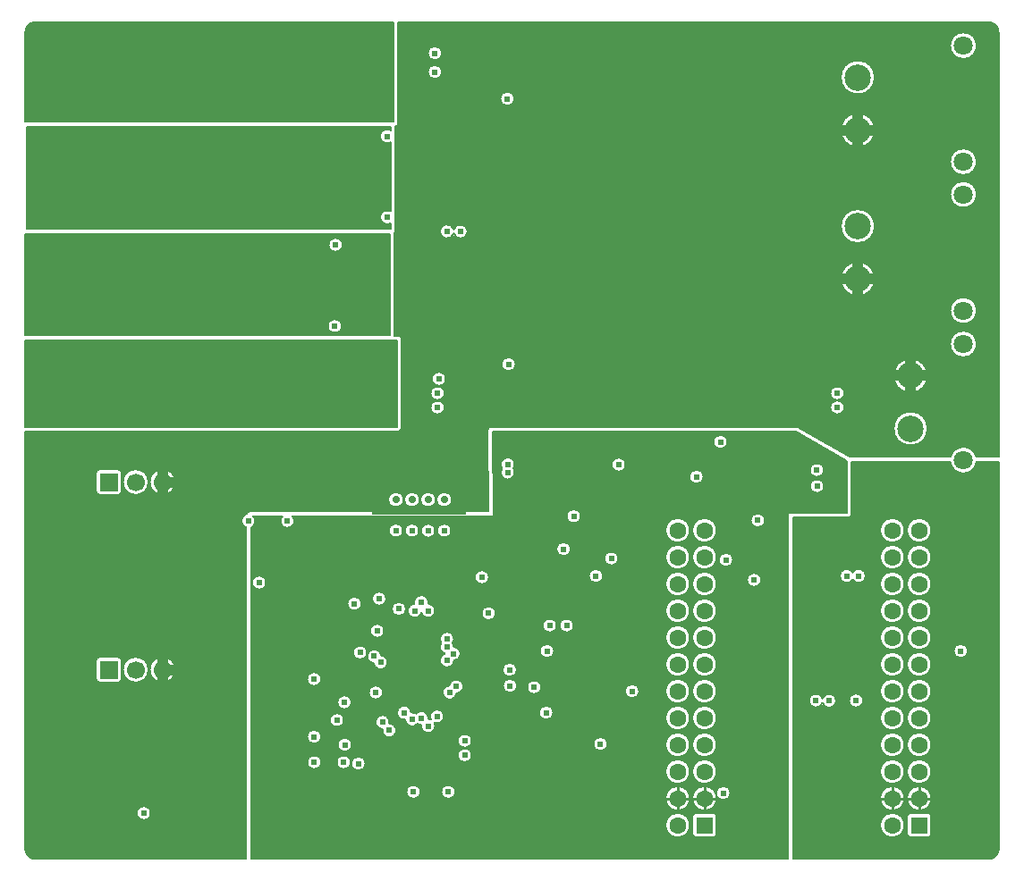
<source format=gbl>
G04 CAM350/DFMSTREAM V15.1 (Build 2145) Date:  Thu Jun  5 07:31:08 2025 *
G04 Database: (Untitled) *
G04 Layer 2: Gerber_BottomLayer.GBL *
%FSLAX45Y45*%
%MOMM*%
%SFA1.000B1.000*%

%MIA0B0*%
%IPPOS*%
%ADD10C,0.25400*%
%ADD12C,0.20320*%
%ADD13C,1.01600*%
%ADD14C,2.49999*%
%ADD15C,1.80000*%
%ADD16C,1.60000*%
%ADD18R,1.60000X1.60000*%
%ADD19R,1.70000X1.70000*%
%ADD70C,1.70000*%
%ADD20C,0.61000*%
%ADD21C,0.73660*%
%ADD22C,0.60960*%
%ADD23C,0.76200*%
%LNGerber_BottomLayer.GBL*%
%LPD*%
G36*
X4210000Y3294682D02*
G01X3319000D01*
Y3320336*
X4210000*
Y3294682*
G37*
G36*
X3552080Y4131310D02*
G01X36043D01*
Y4949190*
X3552080*
Y4131310*
G37*
G36*
X3520440Y7020560D02*
G01X35814D01*
Y7874000*
X37566Y7891789*
X42755Y7908894*
X51182Y7924659*
X62521Y7938477*
X76339Y7949817*
X92104Y7958245*
X109209Y7963434*
X126999Y7965186*
X3520440*
Y7020560*
G37*
G36*
X3482603Y5001266D02*
G01X35814D01*
Y5085003*
Y5854700*
Y5958834*
X3482603*
Y5001266*
G37*
G36*
X3492051Y6004808D02*
G01X45271D01*
Y6968490*
X3492051*
Y6941003*
X3477913Y6947091*
X3462753Y6949756*
X3447387Y6948854*
X3432643Y6944433*
X3419315Y6936732*
X3408121Y6926166*
X3399666Y6913305*
X3394403Y6898840*
X3392617Y6883551*
X3394403Y6868265*
X3399666Y6853800*
X3408121Y6840938*
X3419315Y6830373*
X3432643Y6822672*
X3447387Y6818251*
X3462753Y6817349*
X3477913Y6820013*
X3492051Y6826102*
Y6174041*
X3477919Y6180034*
X3462789Y6182617*
X3447469Y6181652*
X3432783Y6177190*
X3419515Y6169472*
X3408377Y6158910*
X3399966Y6146071*
X3394732Y6131641*
X3392956Y6116395*
X3394732Y6101151*
X3399966Y6086722*
X3408377Y6073882*
X3419515Y6063320*
X3432783Y6055602*
X3447469Y6051140*
X3462789Y6050176*
X3477919Y6052759*
X3492051Y6058751*
Y6004808*
G37*
G36*
X9156700Y35814D02*
G01X7302640D01*
Y366286*
Y620286*
Y874286*
Y1128286*
Y1382286*
Y1537524*
Y1636286*
Y1890286*
Y2006600*
Y2144286*
Y2398286*
Y2715918*
Y2906286*
Y3160286*
Y3270165*
X7820773*
X7831839Y3271918*
X7841823Y3277004*
X7849747Y3284927*
X7854834Y3294911*
X7856588Y3305978*
Y3799840*
X8790491*
X8794528Y3779988*
X8801699Y3761041*
X8811818Y3743490*
X8824622Y3727790*
X8839780Y3714350*
X8856900Y3703516*
X8875536Y3695571*
X8895206Y3690719*
X8915399Y3689088*
X8935592Y3690719*
X8955262Y3695571*
X8973898Y3703516*
X8991018Y3714349*
X9006176Y3727789*
X9018982Y3743488*
X9029101Y3761039*
X9036272Y3779986*
X9040309Y3799840*
X9247886*
Y126999*
X9246134Y109209*
X9240945Y92104*
X9232517Y76339*
X9221177Y62521*
X9207359Y51182*
X9191594Y42755*
X9174489Y37566*
X9156700Y35814*
G37*
G36*
X7256666D02*
G01X2171586D01*
Y366286*
Y671909*
Y952500*
Y1018500*
Y1117600*
Y1193800*
Y1351334*
Y1420414*
Y1519475*
Y1612900*
Y1739900*
Y1828800*
Y1991888*
Y2197100*
Y2454403*
Y2654300*
Y2882969*
Y2971799*
Y3146984*
Y3177193*
X2185610Y3185093*
X2197319Y3196138*
X2206023Y3209678*
X2211208Y3224917*
X2212569Y3240955*
X2210025Y3256849*
X2203726Y3271662*
X2194044Y3284521*
X2466856*
X2457492Y3272209*
X2451237Y3258062*
X2448429Y3242852*
X2449221Y3227404*
X2453570Y3212560*
X2461240Y3199127*
X2471812Y3187837*
X2484712Y3179304*
X2499239Y3173990*
X2514601Y3172186*
X2529961Y3173990*
X2544488Y3179304*
X2557388Y3187837*
X2567960Y3199127*
X2575630Y3212560*
X2579979Y3227404*
X2580771Y3242852*
X2577963Y3258062*
X2571708Y3272209*
X2563424Y3283102*
X2562344Y3284521*
X4456411Y3284522*
X4461519Y3285900*
X4461524Y3285903*
X4465244Y3289662*
X4465247Y3289667*
X4466571Y3294787*
X4463700Y3568700*
X4461463Y3782146*
X4459307Y3987776*
X4458282Y4085590*
X7329994Y4085589*
X7810614Y3806423*
Y3316139*
X7266825*
X7261749Y3314778*
X7261744Y3314775*
X7258029Y3311061*
X7258026Y3311057*
X7256666Y3305978*
Y35814*
G37*
G36*
X2125612D02*
G01X127000D01*
X109211Y37566*
X92106Y42755*
X76341Y51182*
X62523Y62521*
X51183Y76339*
X42755Y92104*
X37566Y109209*
X35814Y126999*
Y469900*
Y1913800*
Y3440509*
Y3691800*
Y4085336*
X3562239*
X3573305Y4087089*
X3583289Y4092175*
X3591213Y4100098*
X3596300Y4110082*
X3598054Y4121149*
Y4313596*
Y4448880*
Y4584700*
Y4724039*
Y4914900*
Y4959349*
X3596301Y4970415*
X3591215Y4980399*
X3583292Y4988323*
X3573308Y4993410*
X3562241Y4995164*
X3528577*
Y5232400*
Y5532399*
Y5963809*
X3533716Y5971017*
X3536931Y5979265*
X3537235Y5981700*
X3538025Y5988049*
Y6332398*
Y6642100*
Y6942099*
Y6975361*
X3538028Y6975365*
X3547176Y6978654*
X3555106Y6984283*
X3561229Y6991839*
X3565093Y7000764*
X3566414Y7010399*
Y7239361*
Y7492995*
Y7670795*
Y7742098*
Y7965186*
X9156701*
X9174491Y7963434*
X9191596Y7958245*
X9207361Y7949817*
X9221179Y7938477*
X9232518Y7924659*
X9240945Y7908894*
X9246134Y7891789*
X9247886Y7874000*
Y3845814*
X9037360*
X9037356Y3845817*
X9030607Y3865462*
X9020716Y3883732*
X9007953Y3900125*
X8992667Y3914194*
X8975273Y3925557*
X8956246Y3933901*
X8936106Y3939001*
X8915401Y3940716*
X8894694Y3939001*
X8874554Y3933901*
X8855527Y3925557*
X8838133Y3914194*
X8822847Y3900125*
X8810084Y3883732*
X8800193Y3865462*
X8793440Y3845814*
X7834338*
X7371063Y4114902*
X7350718Y4126719*
X7342045Y4130331*
X7332730Y4131564*
X4448014*
X4436875Y4129787*
X4426842Y4124635*
X4418908Y4116616*
X4413862Y4106529*
X4412203Y4095374*
X4420220Y3330496*
X2161427*
X2151716Y3329154*
X2142733Y3325230*
X2135151Y3319019*
X2129538Y3310985*
X2126310Y3301729*
X2113578Y3296178*
X2102281Y3288097*
X2092915Y3277840*
X2085892Y3265856*
X2081518Y3252672*
X2079987Y3238867*
X2081365Y3225045*
X2085593Y3211814*
X2092484Y3199753*
X2101735Y3189392*
X2112942Y3181186*
X2125612Y3175493*
Y35814*
G37*
%LPC*%
G36*
X2995314Y5792695D02*
G01X3009470Y5800124D01*
X3021436Y5810725*
X3030517Y5823881*
X3036187Y5838829*
X3038114Y5854699*
X3036187Y5870569*
X3030518Y5885517*
X3021438Y5898673*
X3009472Y5909274*
X2995316Y5916704*
X2979794Y5920531*
X2963806*
X2948284Y5916704*
X2934128Y5909274*
X2922162Y5898673*
X2913082Y5885517*
X2907413Y5870569*
X2905486Y5854699*
X2907413Y5838829*
X2913083Y5823881*
X2922164Y5810725*
X2934130Y5800124*
X2948286Y5792695*
X2963808Y5788869*
X2979792*
X2995314Y5792695*
G37*
G36*
X2987948Y5022998D02*
G01X3002103Y5030426D01*
X3014069Y5041027*
X3023151Y5054184*
X3028821Y5069132*
X3030748Y5085002*
X3028821Y5100872*
X3023152Y5115819*
X3014071Y5128976*
X3002105Y5139577*
X2987950Y5147006*
X2972428Y5150833*
X2956439*
X2940917Y5147006*
X2926762Y5139577*
X2914796Y5128976*
X2905715Y5115819*
X2900046Y5100872*
X2898119Y5085002*
X2900046Y5069132*
X2905716Y5054184*
X2914798Y5041027*
X2926764Y5030426*
X2940919Y5022998*
X2956441Y5019172*
X2972426*
X2987948Y5022998*
G37*
G36*
X8263580Y241758D02*
G01X8284136Y247607D01*
X8303267Y257133*
X8320322Y270012*
X8325417Y275600*
X8334720Y285806*
X8345972Y303976*
X8353693Y323905*
X8357620Y344913*
Y366287*
X8353693Y387295*
X8345972Y407224*
X8334720Y425394*
X8320322Y441188*
X8303267Y454067*
X8284136Y463593*
X8263580Y469442*
X8242299Y471414*
X8221018Y469442*
X8200462Y463593*
X8181331Y454066*
X8164276Y441186*
X8149878Y425392*
X8138628Y407222*
X8130907Y387293*
X8126980Y366285*
Y344915*
X8130907Y323907*
X8138628Y303978*
X8149878Y285808*
X8164276Y270014*
X8181331Y257134*
X8200462Y247607*
X8221018Y241758*
X8242299Y239786*
X8263580Y241758*
G37*
G36*
X8517580Y495758D02*
G01X8538136Y501607D01*
X8557267Y511133*
X8574322Y524012*
X8588720Y539806*
X8599972Y557976*
X8607693Y577905*
X8611620Y598913*
Y620287*
X8607693Y641295*
X8599972Y661224*
X8588720Y679394*
X8574322Y695188*
X8557267Y708067*
X8538136Y717593*
X8517580Y723442*
X8496299Y725414*
X8475018Y723442*
X8454462Y717593*
X8435331Y708066*
X8418276Y695186*
X8403878Y679392*
X8392628Y661222*
X8384907Y641293*
X8380980Y620285*
Y598915*
X8384907Y577907*
X8392628Y557978*
X8403878Y539808*
X8418276Y524014*
X8435331Y511134*
X8454462Y501607*
X8475018Y495758*
X8496299Y493786*
X8517580Y495758*
G37*
G36*
X8263580D02*
G01X8284136Y501607D01*
X8303267Y511133*
X8320322Y524012*
X8334720Y539806*
X8345972Y557976*
X8353693Y577905*
X8357620Y598913*
Y620287*
X8353693Y641295*
X8345972Y661224*
X8334720Y679394*
X8320322Y695188*
X8303267Y708067*
X8284136Y717593*
X8263580Y723442*
X8242299Y725414*
X8221018Y723442*
X8200462Y717593*
X8181331Y708066*
X8164276Y695186*
X8149878Y679392*
X8138628Y661222*
X8130907Y641293*
X8126980Y620285*
Y598915*
X8130907Y577907*
X8138628Y557978*
X8149878Y539808*
X8164276Y524014*
X8181331Y511134*
X8200462Y501607*
X8221018Y495758*
X8242299Y493786*
X8263580Y495758*
G37*
G36*
X8517580Y749758D02*
G01X8538136Y755607D01*
X8557267Y765133*
X8574322Y778012*
X8588720Y793806*
X8599972Y811976*
X8607693Y831905*
X8611620Y852913*
Y874287*
X8607693Y895295*
X8599972Y915224*
X8588720Y933394*
X8574322Y949188*
X8557267Y962067*
X8538136Y971593*
X8517580Y977442*
X8496299Y979414*
X8475018Y977442*
X8454462Y971593*
X8435331Y962066*
X8418276Y949186*
X8403878Y933392*
X8392628Y915222*
X8384907Y895293*
X8380980Y874285*
Y852915*
X8384907Y831907*
X8392628Y811978*
X8403878Y793808*
X8418276Y778014*
X8435331Y765134*
X8454462Y755607*
X8475018Y749758*
X8496299Y747786*
X8517580Y749758*
G37*
G36*
X8263580D02*
G01X8284136Y755607D01*
X8303267Y765133*
X8320322Y778012*
X8334720Y793806*
X8345972Y811976*
X8353693Y831905*
X8357620Y852913*
Y874287*
X8353693Y895295*
X8345972Y915224*
X8334720Y933394*
X8320322Y949188*
X8303267Y962067*
X8284136Y971593*
X8263580Y977442*
X8242299Y979414*
X8221018Y977442*
X8200462Y971593*
X8181331Y962066*
X8164276Y949186*
X8149878Y933392*
X8138628Y915222*
X8130907Y895293*
X8126980Y874285*
Y852915*
X8130907Y831907*
X8138628Y811978*
X8149878Y793808*
X8164276Y778014*
X8181331Y765134*
X8200462Y755607*
X8221018Y749758*
X8242299Y747786*
X8263580Y749758*
G37*
G36*
X8517580Y1003758D02*
G01X8538136Y1009607D01*
X8557267Y1019133*
X8574322Y1032012*
X8588720Y1047806*
X8599972Y1065976*
X8607693Y1085905*
X8611620Y1106913*
Y1128287*
X8607693Y1149295*
X8599972Y1169224*
X8588720Y1187394*
X8574322Y1203188*
X8557267Y1216067*
X8538136Y1225593*
X8517580Y1231442*
X8496299Y1233414*
X8475018Y1231442*
X8454462Y1225593*
X8435331Y1216066*
X8418276Y1203186*
X8403878Y1187392*
X8392628Y1169222*
X8384907Y1149293*
X8380980Y1128285*
Y1106915*
X8384907Y1085907*
X8392628Y1065978*
X8403878Y1047808*
X8418276Y1032014*
X8435331Y1019134*
X8454462Y1009607*
X8475018Y1003758*
X8496299Y1001786*
X8517580Y1003758*
G37*
G36*
X8263580D02*
G01X8284136Y1009607D01*
X8303267Y1019133*
X8320322Y1032012*
X8334720Y1047806*
X8345972Y1065976*
X8353693Y1085905*
X8357620Y1106913*
Y1128287*
X8353693Y1149295*
X8345972Y1169224*
X8334720Y1187394*
X8320322Y1203188*
X8303267Y1216067*
X8284136Y1225593*
X8263580Y1231442*
X8242299Y1233414*
X8221018Y1231442*
X8200462Y1225593*
X8181331Y1216066*
X8164276Y1203186*
X8149878Y1187392*
X8138628Y1169222*
X8130907Y1149293*
X8126980Y1128285*
Y1106915*
X8130907Y1085907*
X8138628Y1065978*
X8149878Y1047808*
X8164276Y1032014*
X8181331Y1019134*
X8200462Y1009607*
X8221018Y1003758*
X8242299Y1001786*
X8263580Y1003758*
G37*
G36*
X8517580Y1257758D02*
G01X8538136Y1263607D01*
X8557267Y1273133*
X8574322Y1286012*
X8588720Y1301806*
X8599972Y1319976*
X8607693Y1339905*
X8611620Y1360913*
Y1382287*
X8607693Y1403295*
X8599972Y1423224*
X8588720Y1441394*
X8574322Y1457188*
X8557267Y1470067*
X8538136Y1479593*
X8517580Y1485442*
X8496299Y1487414*
X8475018Y1485442*
X8454462Y1479593*
X8435331Y1470066*
X8418276Y1457186*
X8403878Y1441392*
X8392628Y1423222*
X8384907Y1403293*
X8380980Y1382285*
Y1360915*
X8384907Y1339907*
X8392628Y1319978*
X8403878Y1301808*
X8418276Y1286014*
X8435331Y1273134*
X8454462Y1263607*
X8475018Y1257758*
X8496299Y1255786*
X8517580Y1257758*
G37*
G36*
X8263580D02*
G01X8284136Y1263607D01*
X8303267Y1273133*
X8320322Y1286012*
X8334720Y1301806*
X8345972Y1319976*
X8353693Y1339905*
X8357620Y1360913*
Y1382287*
X8353693Y1403295*
X8345972Y1423224*
X8334720Y1441394*
X8320322Y1457188*
X8303267Y1470067*
X8284136Y1479593*
X8263580Y1485442*
X8242299Y1487414*
X8221018Y1485442*
X8200462Y1479593*
X8181331Y1470066*
X8164276Y1457186*
X8149878Y1441392*
X8138628Y1423222*
X8130907Y1403293*
X8126980Y1382285*
Y1360915*
X8130907Y1339907*
X8138628Y1319978*
X8149878Y1301808*
X8164276Y1286014*
X8181331Y1273134*
X8200462Y1263607*
X8221018Y1257758*
X8242299Y1255786*
X8263580Y1257758*
G37*
G36*
X7654234Y1469399D02*
G01X7669446Y1473321D01*
X7683309Y1480711*
X7695044Y1491155*
X7703993Y1504067*
X7709654Y1518722*
X7711709Y1534297*
X7711453Y1536700*
X7710042Y1549920*
X7704746Y1564710*
X7696121Y1577840*
X7684649Y1588573*
X7670975Y1596305*
X7655865Y1600605*
X7640167Y1601229*
X7624764Y1598142*
X7610518Y1591520*
X7598230Y1581732*
X7588589Y1569328*
X7582137Y1555007*
X7576042Y1569486*
X7566712Y1582126*
X7554671Y1592216*
X7540594Y1599189*
X7525272Y1602657*
X7509564Y1602423*
X7494352Y1598499*
X7480489Y1591109*
X7468754Y1580664*
X7459805Y1567752*
X7454146Y1553098*
X7452091Y1537523*
X7453758Y1521904*
X7459053Y1507113*
X7467677Y1493983*
X7479149Y1483250*
X7492823Y1475516*
X7507933Y1471217*
X7523631Y1470593*
X7539034Y1473678*
X7553280Y1480301*
X7565568Y1490088*
X7575209Y1502491*
X7581663Y1516815*
X7587757Y1502337*
X7597086Y1489698*
X7609127Y1479608*
X7623204Y1472632*
X7638526Y1469165*
X7654234Y1469399*
G37*
G36*
X7922914Y1474695D02*
G01X7937070Y1482124D01*
X7949036Y1492725*
X7958117Y1505881*
X7963787Y1520829*
X7965714Y1536699*
X7963787Y1552571*
X7958117Y1567519*
X7949036Y1580675*
X7937070Y1591276*
X7922914Y1598705*
X7907392Y1602531*
X7891406*
X7875884Y1598704*
X7861728Y1591274*
X7849762Y1580673*
X7840682Y1567517*
X7835013Y1552569*
X7833086Y1536699*
X7835013Y1520831*
X7840682Y1505883*
X7849762Y1492727*
X7861728Y1482126*
X7875884Y1474696*
X7891406Y1470869*
X7907392*
X7922914Y1474695*
G37*
G36*
X8517580Y1511758D02*
G01X8538136Y1517607D01*
X8557267Y1527133*
X8574322Y1540012*
X8588720Y1555806*
X8599972Y1573976*
X8607693Y1593905*
X8611620Y1614913*
Y1636287*
X8607693Y1657295*
X8599972Y1677224*
X8588720Y1695394*
X8574322Y1711188*
X8557267Y1724067*
X8538136Y1733593*
X8517580Y1739442*
X8496299Y1741414*
X8475018Y1739442*
X8454462Y1733593*
X8435331Y1724066*
X8418276Y1711186*
X8403878Y1695392*
X8392628Y1677222*
X8384907Y1657293*
X8380980Y1636285*
Y1614915*
X8384907Y1593907*
X8392628Y1573978*
X8403878Y1555808*
X8418276Y1540014*
X8435331Y1527134*
X8454462Y1517607*
X8475018Y1511758*
X8496299Y1509786*
X8517580Y1511758*
G37*
G36*
X8263580D02*
G01X8284136Y1517607D01*
X8303267Y1527133*
X8320322Y1540012*
X8334720Y1555806*
X8345972Y1573976*
X8353693Y1593905*
X8357620Y1614913*
Y1636287*
X8353693Y1657295*
X8345972Y1677224*
X8334720Y1695394*
X8320322Y1711188*
X8303267Y1724067*
X8284136Y1733593*
X8263580Y1739442*
X8242299Y1741414*
X8221018Y1739442*
X8200462Y1733593*
X8181331Y1724066*
X8164276Y1711186*
X8149878Y1695392*
X8138628Y1677222*
X8130907Y1657293*
X8126980Y1636285*
Y1614915*
X8130907Y1593907*
X8138628Y1573978*
X8149878Y1555808*
X8164276Y1540014*
X8181331Y1527134*
X8200462Y1517607*
X8221018Y1511758*
X8242299Y1509786*
X8263580Y1511758*
G37*
G36*
X8517580Y1765758D02*
G01X8538136Y1771607D01*
X8557267Y1781133*
X8574322Y1794012*
X8588720Y1809806*
X8599972Y1827976*
X8607693Y1847905*
X8611620Y1868913*
Y1890287*
X8607693Y1911295*
X8599972Y1931224*
X8588720Y1949394*
X8574322Y1965188*
X8557267Y1978067*
X8538136Y1987593*
X8517580Y1993442*
X8496299Y1995414*
X8475018Y1993442*
X8454462Y1987593*
X8435331Y1978066*
X8418276Y1965186*
X8403878Y1949392*
X8392628Y1931222*
X8384907Y1911293*
X8380980Y1890285*
Y1868915*
X8384907Y1847907*
X8392628Y1827978*
X8403878Y1809808*
X8418276Y1794014*
X8435331Y1781134*
X8454462Y1771607*
X8475018Y1765758*
X8496299Y1763786*
X8517580Y1765758*
G37*
G36*
X8263580D02*
G01X8284136Y1771607D01*
X8303267Y1781133*
X8320322Y1794012*
X8334720Y1809806*
X8345972Y1827976*
X8353693Y1847905*
X8357620Y1868913*
Y1890287*
X8353693Y1911295*
X8345972Y1931224*
X8334720Y1949394*
X8320322Y1965188*
X8303267Y1978067*
X8284136Y1987593*
X8263580Y1993442*
X8242299Y1995414*
X8221018Y1993442*
X8200462Y1987593*
X8181331Y1978066*
X8164276Y1965186*
X8149878Y1949392*
X8138628Y1931222*
X8130907Y1911293*
X8126980Y1890285*
Y1868915*
X8130907Y1847907*
X8138628Y1827978*
X8149878Y1809808*
X8164276Y1794014*
X8181331Y1781134*
X8200462Y1771607*
X8221018Y1765758*
X8242299Y1763786*
X8263580Y1765758*
G37*
G36*
X8913514Y1944595D02*
G01X8927670Y1952024D01*
X8939636Y1962625*
X8948717Y1975781*
X8954387Y1990729*
X8956314Y2006599*
X8954387Y2022471*
X8948717Y2037419*
X8939636Y2050575*
X8927670Y2061176*
X8913514Y2068605*
X8897992Y2072431*
X8882006*
X8866484Y2068604*
X8852328Y2061174*
X8840362Y2050573*
X8831282Y2037417*
X8825613Y2022469*
X8823686Y2006599*
X8825613Y1990731*
X8831282Y1975783*
X8840362Y1962627*
X8852328Y1952026*
X8866484Y1944596*
X8882006Y1940769*
X8897992*
X8913514Y1944595*
G37*
G36*
X8517580Y2019758D02*
G01X8538136Y2025607D01*
X8557267Y2035133*
X8574322Y2048012*
X8588720Y2063806*
X8599972Y2081976*
X8607693Y2101905*
X8611620Y2122913*
Y2144287*
X8607693Y2165295*
X8599972Y2185224*
X8588720Y2203394*
X8574322Y2219188*
X8557267Y2232067*
X8538136Y2241593*
X8517580Y2247442*
X8496299Y2249414*
X8475018Y2247442*
X8454462Y2241593*
X8435331Y2232066*
X8418276Y2219186*
X8403878Y2203392*
X8392628Y2185222*
X8384907Y2165293*
X8380980Y2144285*
Y2122915*
X8384907Y2101907*
X8392628Y2081978*
X8403878Y2063808*
X8418276Y2048014*
X8435331Y2035134*
X8454462Y2025607*
X8475018Y2019758*
X8496299Y2017786*
X8517580Y2019758*
G37*
G36*
X8263580D02*
G01X8284136Y2025607D01*
X8303267Y2035133*
X8320322Y2048012*
X8334720Y2063806*
X8345972Y2081976*
X8353693Y2101905*
X8357620Y2122913*
Y2144287*
X8353693Y2165295*
X8345972Y2185224*
X8334720Y2203394*
X8320322Y2219188*
X8303267Y2232067*
X8284136Y2241593*
X8263580Y2247442*
X8242299Y2249414*
X8221018Y2247442*
X8200462Y2241593*
X8181331Y2232066*
X8164276Y2219186*
X8149878Y2203392*
X8138628Y2185222*
X8130907Y2165293*
X8126980Y2144285*
Y2122915*
X8130907Y2101907*
X8138628Y2081978*
X8149878Y2063808*
X8164276Y2048014*
X8181331Y2035134*
X8200462Y2025607*
X8221018Y2019758*
X8242299Y2017786*
X8263580Y2019758*
G37*
G36*
X8517580Y2273758D02*
G01X8538136Y2279607D01*
X8557267Y2289133*
X8574322Y2302012*
X8588720Y2317806*
X8599972Y2335976*
X8607693Y2355905*
X8611620Y2376913*
Y2398287*
X8607693Y2419295*
X8599972Y2439224*
X8588720Y2457394*
X8574322Y2473188*
X8557267Y2486067*
X8538136Y2495593*
X8517580Y2501442*
X8496299Y2503414*
X8475018Y2501442*
X8454462Y2495593*
X8435331Y2486066*
X8418276Y2473186*
X8403878Y2457392*
X8392628Y2439222*
X8384907Y2419293*
X8380980Y2398285*
Y2376915*
X8384907Y2355907*
X8392628Y2335978*
X8403878Y2317808*
X8418276Y2302014*
X8435331Y2289134*
X8454462Y2279607*
X8475018Y2273758*
X8496299Y2271786*
X8517580Y2273758*
G37*
G36*
X8263580D02*
G01X8284136Y2279607D01*
X8303267Y2289133*
X8320322Y2302012*
X8334720Y2317806*
X8345972Y2335976*
X8353693Y2355905*
X8357620Y2376913*
Y2398287*
X8353693Y2419295*
X8345972Y2439224*
X8334720Y2457394*
X8320322Y2473188*
X8303267Y2486067*
X8284136Y2495593*
X8263580Y2501442*
X8242299Y2503414*
X8221018Y2501442*
X8200462Y2495593*
X8181331Y2486066*
X8164276Y2473186*
X8149878Y2457392*
X8138628Y2439222*
X8130907Y2419293*
X8126980Y2398285*
Y2376915*
X8130907Y2355907*
X8138628Y2335978*
X8149878Y2317808*
X8164276Y2302014*
X8181331Y2289134*
X8200462Y2279607*
X8221018Y2273758*
X8242299Y2271786*
X8263580Y2273758*
G37*
G36*
X8517580Y2527758D02*
G01X8538136Y2533607D01*
X8557267Y2543133*
X8574322Y2556012*
X8588720Y2571806*
X8599972Y2589976*
X8607693Y2609905*
X8611620Y2630913*
Y2652287*
X8607693Y2673295*
X8599972Y2693224*
X8588720Y2711394*
X8574322Y2727188*
X8557267Y2740067*
X8538136Y2749593*
X8517580Y2755442*
X8496299Y2757414*
X8475018Y2755442*
X8454462Y2749593*
X8435331Y2740066*
X8418276Y2727186*
X8403878Y2711392*
X8392628Y2693222*
X8384907Y2673293*
X8380980Y2652285*
Y2630915*
X8384907Y2609907*
X8392628Y2589978*
X8403878Y2571808*
X8418276Y2556014*
X8435331Y2543134*
X8454462Y2533607*
X8475018Y2527758*
X8496299Y2525786*
X8517580Y2527758*
G37*
G36*
X8263580D02*
G01X8284136Y2533607D01*
X8303267Y2543133*
X8320322Y2556012*
X8334720Y2571806*
X8345972Y2589976*
X8353693Y2609905*
X8357620Y2630913*
Y2652287*
X8353693Y2673295*
X8345972Y2693224*
X8334720Y2711394*
X8320322Y2727188*
X8303267Y2740067*
X8284136Y2749593*
X8263580Y2755442*
X8242299Y2757414*
X8221018Y2755442*
X8200462Y2749593*
X8181331Y2740066*
X8164276Y2727186*
X8149878Y2711392*
X8138628Y2693222*
X8130907Y2673293*
X8126980Y2652285*
Y2630915*
X8130907Y2609907*
X8138628Y2589978*
X8149878Y2571808*
X8164276Y2556014*
X8181331Y2543134*
X8200462Y2533607*
X8221018Y2527758*
X8242299Y2525786*
X8263580Y2527758*
G37*
G36*
X7832464Y2654038D02*
G01X7846554Y2660952D01*
X7858625Y2670985*
X7868000Y2683575*
X7877634Y2671185*
X7889912Y2661406*
X7904143Y2654786*
X7919532Y2651695*
X7934622Y2652286*
X7935216Y2652309*
X7950316Y2656592*
X7963987Y2664303*
X7975462Y2675012*
X7984100Y2688117*
X7989415Y2702886*
X7991110Y2718490*
X7989091Y2734058*
X7983468Y2748712*
X7974560Y2761635*
X7962864Y2772102*
X7949035Y2779527*
X7933849Y2783494*
X7918155Y2783780*
X7902834Y2780370*
X7888744Y2773455*
X7876673Y2763422*
X7867300Y2750834*
X7857664Y2763226*
X7845386Y2773004*
X7831155Y2779624*
X7815766Y2782713*
X7800082Y2782100*
X7784982Y2777817*
X7771311Y2770104*
X7759836Y2759395*
X7751199Y2746289*
X7745885Y2731521*
X7744190Y2715917*
X7746209Y2700353*
X7751831Y2685699*
X7760738Y2672776*
X7772434Y2662308*
X7786263Y2654883*
X7801449Y2650915*
X7817143Y2650628*
X7832464Y2654038*
G37*
G36*
X8517580Y2781758D02*
G01X8538136Y2787607D01*
X8557267Y2797133*
X8574322Y2810012*
X8588720Y2825806*
X8599972Y2843976*
X8607693Y2863905*
X8611620Y2884913*
Y2906287*
X8607693Y2927295*
X8599972Y2947224*
X8588720Y2965394*
X8574322Y2981188*
X8557267Y2994067*
X8538136Y3003593*
X8517580Y3009442*
X8496299Y3011414*
X8475018Y3009442*
X8454462Y3003593*
X8435331Y2994066*
X8418276Y2981186*
X8403878Y2965392*
X8392628Y2947222*
X8384907Y2927293*
X8380980Y2906285*
Y2884915*
X8384907Y2863907*
X8392628Y2843978*
X8403878Y2825808*
X8418276Y2810014*
X8435331Y2797134*
X8454462Y2787607*
X8475018Y2781758*
X8496299Y2779786*
X8517580Y2781758*
G37*
G36*
X8263580D02*
G01X8284136Y2787607D01*
X8303267Y2797133*
X8320322Y2810012*
X8334720Y2825806*
X8345972Y2843976*
X8353693Y2863905*
X8357620Y2884913*
Y2906287*
X8353693Y2927295*
X8345972Y2947224*
X8334720Y2965394*
X8320322Y2981188*
X8303267Y2994067*
X8284136Y3003593*
X8263580Y3009442*
X8242299Y3011414*
X8221018Y3009442*
X8200462Y3003593*
X8181331Y2994066*
X8164276Y2981186*
X8149878Y2965392*
X8138628Y2947222*
X8130907Y2927293*
X8126980Y2906285*
Y2884915*
X8130907Y2863907*
X8138628Y2843978*
X8149878Y2825808*
X8164276Y2810014*
X8181331Y2797134*
X8200462Y2787607*
X8221018Y2781758*
X8242299Y2779786*
X8263580Y2781758*
G37*
G36*
X8517580Y3035758D02*
G01X8538136Y3041607D01*
X8557267Y3051133*
X8574322Y3064012*
X8588720Y3079806*
X8599972Y3097976*
X8607693Y3117905*
X8611620Y3138913*
Y3160287*
X8607693Y3181295*
X8599972Y3201224*
X8588720Y3219394*
X8574322Y3235188*
X8557267Y3248067*
X8538136Y3257593*
X8517580Y3263442*
X8496299Y3265414*
X8475018Y3263442*
X8454462Y3257593*
X8435331Y3248066*
X8418276Y3235186*
X8403878Y3219392*
X8392628Y3201222*
X8384907Y3181293*
X8380980Y3160285*
Y3138915*
X8384907Y3117907*
X8392628Y3097978*
X8403878Y3079808*
X8418276Y3064014*
X8435331Y3051134*
X8454462Y3041607*
X8475018Y3035758*
X8496299Y3033786*
X8517580Y3035758*
G37*
G36*
X8263580D02*
G01X8284136Y3041607D01*
X8303267Y3051133*
X8320322Y3064012*
X8334720Y3079806*
X8345972Y3097976*
X8353693Y3117905*
X8357620Y3138913*
Y3160287*
X8353693Y3181295*
X8345972Y3201224*
X8334720Y3219394*
X8320322Y3235188*
X8303267Y3248067*
X8284136Y3257593*
X8263580Y3263442*
X8242299Y3265414*
X8221018Y3263442*
X8200462Y3257593*
X8181331Y3248066*
X8164276Y3235186*
X8149878Y3219392*
X8138628Y3201222*
X8130907Y3181293*
X8126980Y3160285*
Y3138915*
X8130907Y3117907*
X8138628Y3097978*
X8149878Y3079808*
X8164276Y3064014*
X8181331Y3051134*
X8200462Y3041607*
X8221018Y3035758*
X8242299Y3033786*
X8263580Y3035758*
G37*
G36*
X8587365Y241539D02*
G01X8597349Y246625D01*
X8605273Y254548*
X8610360Y264532*
X8612114Y275599*
Y435601*
X8610360Y446668*
X8605273Y456652*
X8597350Y464575*
X8587365Y469661*
X8576299Y471414*
X8416299*
X8405232Y469660*
X8395248Y464573*
X8387325Y456650*
X8382239Y446665*
X8380486Y435599*
Y275601*
X8382239Y264535*
X8387325Y254551*
X8395248Y246627*
X8405232Y241540*
X8416299Y239786*
X8576299*
X8587365Y241539*
G37*
G36*
X6231580Y241758D02*
G01X6252136Y247607D01*
X6271267Y257133*
X6288322Y270012*
X6302720Y285806*
X6313972Y303976*
X6321693Y323905*
X6325620Y344913*
Y366285*
X6321693Y387293*
X6313972Y407222*
X6302722Y425392*
X6293417Y435600*
X6288324Y441186*
X6271269Y454066*
X6252138Y463593*
X6231582Y469442*
X6210301Y471414*
X6189018Y469442*
X6168462Y463593*
X6149331Y454066*
X6132276Y441186*
X6117878Y425392*
X6106628Y407222*
X6098907Y387293*
X6094980Y366285*
Y344913*
X6098907Y323905*
X6106628Y303976*
X6117880Y285806*
X6132278Y270012*
X6149333Y257133*
X6168464Y247607*
X6189020Y241758*
X6210301Y239786*
X6231580Y241758*
G37*
G36*
X6485580Y495758D02*
G01X6506136Y501607D01*
X6525267Y511133*
X6542322Y524012*
X6556720Y539806*
X6567972Y557976*
X6575693Y577905*
X6579620Y598913*
Y620285*
X6575693Y641293*
X6568291Y660400*
X6567972Y661222*
X6556722Y679392*
X6542324Y695186*
X6525269Y708066*
X6506138Y717593*
X6485582Y723442*
X6464301Y725414*
X6443018Y723442*
X6422462Y717593*
X6403331Y708066*
X6386276Y695186*
X6371878Y679392*
X6360628Y661222*
X6352907Y641293*
X6348980Y620285*
Y598913*
X6352907Y577905*
X6360628Y557976*
X6371880Y539806*
X6386278Y524012*
X6403333Y511133*
X6422464Y501607*
X6443020Y495758*
X6464301Y493786*
X6485580Y495758*
G37*
G36*
X6231580D02*
G01X6252136Y501607D01*
X6271267Y511133*
X6288322Y524012*
X6302720Y539806*
X6313972Y557976*
X6321693Y577905*
X6325620Y598913*
Y620285*
X6321693Y641293*
X6313972Y661222*
X6302722Y679392*
X6288324Y695186*
X6271269Y708066*
X6252138Y717593*
X6231582Y723442*
X6210301Y725414*
X6189018Y723442*
X6168462Y717593*
X6149331Y708066*
X6132276Y695186*
X6117878Y679392*
X6106628Y661222*
X6098907Y641293*
X6094980Y620285*
Y598913*
X6098907Y577905*
X6106628Y557976*
X6117880Y539806*
X6132278Y524012*
X6149333Y511133*
X6168464Y501607*
X6189020Y495758*
X6210301Y493786*
X6231580Y495758*
G37*
G36*
X6665614Y598395D02*
G01X6679770Y605824D01*
X6691736Y616425*
X6700817Y629581*
X6706487Y644529*
X6708414Y660399*
X6706487Y676269*
X6700818Y691217*
X6691738Y704373*
X6679772Y714974*
X6665616Y722404*
X6650094Y726231*
X6634106*
X6618584Y722404*
X6604428Y714974*
X6592462Y704373*
X6583382Y691217*
X6577713Y676269*
X6575786Y660399*
X6577713Y644529*
X6583383Y629581*
X6592464Y616425*
X6604430Y605824*
X6618586Y598395*
X6634108Y594569*
X6650092*
X6665614Y598395*
G37*
G36*
X4062114Y609904D02*
G01X4076270Y617332D01*
X4079604Y620286*
X4088236Y627933*
X4097317Y641090*
X4102987Y656038*
X4104914Y671908*
X4102987Y687778*
X4097318Y702725*
X4088238Y715882*
X4076272Y726483*
X4062116Y733912*
X4046594Y737739*
X4030606*
X4015084Y733912*
X4000928Y726483*
X3988962Y715882*
X3979882Y702725*
X3974213Y687778*
X3972286Y671908*
X3974213Y656038*
X3979883Y641090*
X3988964Y627933*
X4000930Y617332*
X4015086Y609904*
X4030608Y606078*
X4046592*
X4062114Y609904*
G37*
G36*
X3731914D02*
G01X3746070Y617332D01*
X3758036Y627933*
X3767117Y641090*
X3772787Y656038*
X3774714Y671908*
X3772787Y687778*
X3767118Y702725*
X3758038Y715882*
X3746072Y726483*
X3731916Y733912*
X3716394Y737739*
X3700406*
X3684884Y733912*
X3670728Y726483*
X3658762Y715882*
X3649682Y702725*
X3644013Y687778*
X3642086Y671908*
X3644013Y656038*
X3649683Y641090*
X3658764Y627933*
X3670730Y617332*
X3684886Y609904*
X3700408Y606078*
X3716392*
X3731914Y609904*
G37*
G36*
X6485580Y749758D02*
G01X6506136Y755607D01*
X6525267Y765133*
X6542322Y778012*
X6556720Y793806*
X6567972Y811976*
X6575693Y831905*
X6579620Y852913*
Y874285*
X6575693Y895293*
X6567972Y915222*
X6556722Y933392*
X6542324Y949186*
X6525269Y962066*
X6506138Y971593*
X6485582Y977442*
X6464301Y979414*
X6443018Y977442*
X6422462Y971593*
X6403331Y962066*
X6386276Y949186*
X6371878Y933392*
X6360628Y915222*
X6352907Y895293*
X6348980Y874285*
Y852913*
X6352907Y831905*
X6360628Y811976*
X6371880Y793806*
X6386278Y778012*
X6403333Y765133*
X6422464Y755607*
X6443020Y749758*
X6464301Y747786*
X6485580Y749758*
G37*
G36*
X6231580D02*
G01X6252136Y755607D01*
X6271267Y765133*
X6288322Y778012*
X6302720Y793806*
X6313972Y811976*
X6321693Y831905*
X6325620Y852913*
Y874285*
X6321693Y895293*
X6313972Y915222*
X6302722Y933392*
X6288324Y949186*
X6271269Y962066*
X6252138Y971593*
X6231582Y977442*
X6210301Y979414*
X6189018Y977442*
X6168462Y971593*
X6149331Y962066*
X6132276Y949186*
X6117878Y933392*
X6106628Y915222*
X6098907Y895293*
X6094980Y874285*
Y852913*
X6098907Y831905*
X6106628Y811976*
X6117880Y793806*
X6132278Y778012*
X6149333Y765133*
X6168464Y755607*
X6189020Y749758*
X6210301Y747786*
X6231580Y749758*
G37*
G36*
X3196977Y874286D02*
G01X3211214Y877795D01*
X3225370Y885224*
X3237336Y895825*
X3246417Y908981*
X3252087Y923929*
X3254014Y939799*
X3252087Y955669*
X3246418Y970617*
X3237338Y983773*
X3225372Y994374*
X3211216Y1001804*
X3195694Y1005631*
X3179706*
X3164184Y1001804*
X3150028Y994374*
X3138062Y983773*
X3128982Y970617*
X3123313Y955669*
X3121386Y939799*
X3123313Y923929*
X3128983Y908981*
X3138064Y895825*
X3150030Y885224*
X3164186Y877795*
X3179708Y873969*
X3195692*
X3196977Y874286*
G37*
G36*
X3072287Y890495D02*
G01X3086442Y897924D01*
X3098408Y908525*
X3107490Y921681*
X3113160Y936629*
X3113545Y939800*
X3115087Y952499*
X3113160Y968369*
X3107491Y983317*
X3098410Y996473*
X3086444Y1007074*
X3072289Y1014504*
X3056767Y1018331*
X3040778*
X3025256Y1014504*
X3011101Y1007074*
X2999135Y996473*
X2990054Y983317*
X2984386Y968369*
X2982459Y952499*
X2984386Y936629*
X2990055Y921681*
X2999137Y908525*
X3011103Y897924*
X3025258Y890495*
X3040780Y886669*
X3056765*
X3072287Y890495*
G37*
G36*
X2793306D02*
G01X2807461Y897924D01*
X2819427Y908525*
X2828508Y921681*
X2834178Y936629*
X2836105Y952499*
X2834178Y968369*
X2828509Y983317*
X2819429Y996473*
X2807463Y1007074*
X2793308Y1014504*
X2777786Y1018331*
X2761797*
X2746275Y1014504*
X2732120Y1007074*
X2720153Y996473*
X2711073Y983317*
X2705404Y968369*
X2703477Y952499*
X2705404Y936629*
X2711074Y921681*
X2720155Y908525*
X2732122Y897924*
X2746277Y890495*
X2761799Y886669*
X2777784*
X2793306Y890495*
G37*
G36*
X4218329Y956495D02*
G01X4232485Y963924D01*
X4244451Y974525*
X4253532Y987681*
X4259202Y1002629*
X4261129Y1018499*
X4259202Y1034369*
X4253533Y1049317*
X4244453Y1062473*
X4232487Y1073075*
X4218331Y1080504*
X4202809Y1084331*
X4186821*
X4171299Y1080504*
X4157143Y1073075*
X4145177Y1062473*
X4136097Y1049317*
X4130428Y1034369*
X4128501Y1018499*
X4130428Y1002629*
X4136098Y987681*
X4145179Y974525*
X4157145Y963924*
X4171301Y956495*
X4186823Y952670*
X4202807*
X4218329Y956495*
G37*
G36*
X6485580Y1003758D02*
G01X6506136Y1009607D01*
X6525267Y1019133*
X6542322Y1032012*
X6556720Y1047806*
X6567972Y1065976*
X6575693Y1085905*
X6579620Y1106913*
Y1128285*
X6575693Y1149293*
X6567972Y1169222*
X6556722Y1187392*
X6542324Y1203186*
X6525269Y1216066*
X6506138Y1225593*
X6485582Y1231442*
X6464301Y1233414*
X6443018Y1231442*
X6422462Y1225593*
X6403331Y1216066*
X6386276Y1203186*
X6371878Y1187392*
X6360628Y1169222*
X6352907Y1149293*
X6348980Y1128285*
Y1106913*
X6352907Y1085905*
X6360628Y1065976*
X6371880Y1047806*
X6386278Y1032012*
X6403333Y1019133*
X6422464Y1009607*
X6443020Y1003758*
X6464301Y1001786*
X6485580Y1003758*
G37*
G36*
X6231580D02*
G01X6252136Y1009607D01*
X6271267Y1019133*
X6288322Y1032012*
X6302720Y1047806*
X6313972Y1065976*
X6321693Y1085905*
X6325620Y1106913*
Y1128285*
X6321693Y1149293*
X6313972Y1169222*
X6302722Y1187392*
X6288324Y1203186*
X6271269Y1216066*
X6252138Y1225593*
X6231582Y1231442*
X6210301Y1233414*
X6189018Y1231442*
X6168462Y1225593*
X6149331Y1216066*
X6132276Y1203186*
X6117878Y1187392*
X6106628Y1169222*
X6098907Y1149293*
X6094980Y1128285*
Y1106913*
X6098907Y1085905*
X6106628Y1065976*
X6117880Y1047806*
X6132278Y1032012*
X6149333Y1019133*
X6168464Y1009607*
X6189020Y1003758*
X6210301Y1001786*
X6231580Y1003758*
G37*
G36*
X3083023Y1055595D02*
G01X3097178Y1063024D01*
X3109145Y1073625*
X3118226Y1086781*
X3123896Y1101729*
X3125823Y1117599*
X3123896Y1133469*
X3118227Y1148417*
X3113200Y1155700*
X3109147Y1161573*
X3097180Y1172174*
X3083025Y1179604*
X3067503Y1183431*
X3051514*
X3035992Y1179604*
X3021837Y1172174*
X3009871Y1161573*
X3000791Y1148417*
X2995122Y1133469*
X2993195Y1117599*
X2995122Y1101729*
X3000792Y1086781*
X3009873Y1073625*
X3021839Y1063024*
X3035994Y1055595*
X3051516Y1051769*
X3067501*
X3083023Y1055595*
G37*
G36*
X5502475Y1062863D02*
G01X5516630Y1070291D01*
X5528596Y1080892*
X5537678Y1094049*
X5543348Y1108997*
X5545275Y1124867*
X5544860Y1128286*
X5543348Y1140737*
X5537679Y1155684*
X5528598Y1168841*
X5516632Y1179442*
X5502477Y1186871*
X5486955Y1190698*
X5470966*
X5455444Y1186871*
X5441289Y1179442*
X5429323Y1168841*
X5420242Y1155684*
X5414573Y1140737*
X5412647Y1124867*
X5414573Y1108997*
X5420243Y1094049*
X5429325Y1080892*
X5441291Y1070291*
X5455446Y1062863*
X5470968Y1059037*
X5486953*
X5502475Y1062863*
G37*
G36*
X4218239Y1093695D02*
G01X4232395Y1101124D01*
X4244361Y1111725*
X4253433Y1124868*
X4253442Y1124881*
X4259112Y1139829*
X4261039Y1155699*
X4259112Y1171569*
X4253443Y1186517*
X4244363Y1199673*
X4232397Y1210274*
X4218241Y1217704*
X4202719Y1221531*
X4186731*
X4171209Y1217704*
X4157053Y1210274*
X4145087Y1199673*
X4136007Y1186517*
X4130338Y1171569*
X4128411Y1155699*
X4130338Y1139829*
X4136008Y1124881*
X4145089Y1111725*
X4157055Y1101124*
X4171211Y1093695*
X4186733Y1089869*
X4202717*
X4218239Y1093695*
G37*
G36*
X2792114Y1131795D02*
G01X2806270Y1139224D01*
X2818236Y1149825*
X2827317Y1162981*
X2832987Y1177929*
X2834914Y1193799*
X2832987Y1209669*
X2827318Y1224617*
X2818238Y1237773*
X2806272Y1248374*
X2792116Y1255804*
X2776594Y1259631*
X2760606*
X2745084Y1255804*
X2730928Y1248374*
X2718962Y1237773*
X2709882Y1224617*
X2704213Y1209669*
X2702286Y1193799*
X2704213Y1177929*
X2709883Y1162981*
X2718964Y1149825*
X2730930Y1139224*
X2745086Y1131795*
X2760608Y1127969*
X2776592*
X2792114Y1131795*
G37*
G36*
X3491830Y1188474D02*
G01X3507278Y1193334D01*
X3521086Y1201793*
X3532432Y1213347*
X3540640Y1227306*
X3545221Y1242839*
X3545899Y1259018*
X3542636Y1274880*
X3535627Y1289478*
X3525288Y1301941*
X3512236Y1311527*
X3497250Y1317663*
X3481222Y1319986*
X3482562Y1336123*
X3479950Y1352105*
X3473544Y1366977*
X3463723Y1379853*
X3451075Y1389965*
X3436352Y1396709*
X3420434Y1399685*
X3404268Y1398713*
X3388820Y1393852*
X3375012Y1385393*
X3363666Y1373838*
X3355459Y1359879*
X3350879Y1344346*
X3350201Y1328167*
X3353465Y1312305*
X3360475Y1297708*
X3370814Y1285244*
X3383866Y1275659*
X3398852Y1269523*
X3414878Y1267201*
X3413538Y1251062*
X3416150Y1235080*
X3422558Y1220208*
X3432379Y1207332*
X3445027Y1197222*
X3459750Y1190477*
X3475668Y1187502*
X3491830Y1188474*
G37*
G36*
X3858169Y1229855D02*
G01X3873103Y1233981D01*
X3886672Y1241458*
X3898136Y1251880*
X3906868Y1264679*
X3912393Y1279154*
X3914408Y1294516*
X3912803Y1309926*
X3907668Y1324542*
X3922426Y1320499*
X3937716Y1319945*
X3952729Y1322911*
X3966661Y1329239*
X3978772Y1338592*
X3988417Y1350472*
X3995082Y1364247*
X3998413Y1379182*
X3998231Y1394484*
X3994547Y1409336*
X3987838Y1422400*
X3987556Y1422948*
X3977632Y1434596*
X3965302Y1443658*
X3951222Y1449654*
X3936144Y1452262*
X3920867Y1451344*
X3906209Y1446949*
X3892949Y1439311*
X3881792Y1428838*
X3873334Y1416086*
X3868023Y1401735*
X3866143Y1386548*
X3867795Y1371335*
X3872888Y1356908*
X3861740Y1360296*
X3850168Y1361682*
X3850765Y1376045*
X3848252Y1390200*
X3842747Y1403481*
X3834511Y1415263*
X3823928Y1424993*
X3811496Y1432214*
X3797801Y1436587*
X3783485Y1437905*
X3769219Y1436106*
X3755679Y1431275*
X3743497Y1423639*
X3733248Y1413559*
X3722372Y1419614*
X3710554Y1423529*
X3698213Y1425166*
X3685783Y1424468*
X3683363Y1440263*
X3677235Y1455022*
X3667755Y1467886*
X3655472Y1478109*
X3641101Y1485097*
X3625475Y1488444*
X3609500Y1487956*
X3594108Y1483659*
X3580190Y1475807*
X3568555Y1464852*
X3559879Y1451433*
X3554665Y1436327*
X3553216Y1420413*
X3555617Y1404613*
X3561726Y1389847*
X3571191Y1376971*
X3583461Y1366733*
X3597824Y1359729*
X3613446Y1356363*
X3629418Y1356832*
X3631855Y1340973*
X3638029Y1326165*
X3647579Y1313272*
X3659945Y1303050*
X3674404Y1296099*
X3690110Y1292822*
X3706141Y1293413*
X3721563Y1297837*
X3735470Y1305835*
X3747050Y1316940*
X3758066Y1310826*
X3770036Y1306905*
X3782532Y1305318*
X3782020Y1289832*
X3785116Y1274651*
X3791650Y1260603*
X3801264Y1248454*
X3813436Y1238868*
X3827499Y1232367*
X3842688Y1229307*
X3858169Y1229855*
G37*
G36*
X6485580Y1257758D02*
G01X6506136Y1263607D01*
X6525267Y1273133*
X6542322Y1286012*
X6556720Y1301806*
X6567972Y1319976*
X6575693Y1339905*
X6579620Y1360913*
Y1382285*
X6575693Y1403293*
X6567972Y1423222*
X6556722Y1441392*
X6542324Y1457186*
X6525269Y1470066*
X6506138Y1479593*
X6485582Y1485442*
X6464301Y1487414*
X6443018Y1485442*
X6422462Y1479593*
X6403331Y1470066*
X6386276Y1457186*
X6371878Y1441392*
X6360628Y1423222*
X6352907Y1403293*
X6348980Y1382285*
Y1360913*
X6352907Y1339905*
X6360628Y1319976*
X6371880Y1301806*
X6386278Y1286012*
X6403333Y1273133*
X6422464Y1263607*
X6443020Y1257758*
X6464301Y1255786*
X6485580Y1257758*
G37*
G36*
X6231580D02*
G01X6252136Y1263607D01*
X6271267Y1273133*
X6288322Y1286012*
X6302720Y1301806*
X6313972Y1319976*
X6321693Y1339905*
X6325620Y1360913*
Y1382285*
X6321693Y1403293*
X6313972Y1423222*
X6302722Y1441392*
X6288324Y1457186*
X6271269Y1470066*
X6252138Y1479593*
X6231582Y1485442*
X6210301Y1487414*
X6189018Y1485442*
X6168462Y1479593*
X6149331Y1470066*
X6132276Y1457186*
X6117878Y1441392*
X6106628Y1423222*
X6098907Y1403293*
X6094980Y1382285*
Y1360913*
X6098907Y1339905*
X6106628Y1319976*
X6117880Y1301806*
X6132278Y1286012*
X6149333Y1273133*
X6168464Y1263607*
X6189020Y1257758*
X6210301Y1255786*
X6231580Y1257758*
G37*
G36*
X3008014Y1289330D02*
G01X3022170Y1296758D01*
X3034136Y1307359*
X3043217Y1320516*
X3046120Y1328168*
X3048887Y1335463*
X3050814Y1351333*
X3048887Y1367203*
X3043218Y1382151*
X3034138Y1395308*
X3022172Y1405909*
X3008016Y1413338*
X2992494Y1417165*
X2976506*
X2960984Y1413338*
X2946828Y1405909*
X2934862Y1395308*
X2925782Y1382151*
X2920113Y1367203*
X2918186Y1351333*
X2920113Y1335463*
X2925783Y1320516*
X2934864Y1307359*
X2946830Y1296758*
X2960986Y1289330*
X2976508Y1285504*
X2992492*
X3008014Y1289330*
G37*
G36*
X4989214Y1360395D02*
G01X5003370Y1367824D01*
X5015336Y1378425*
X5018001Y1382286*
X5024417Y1391581*
X5030087Y1406529*
X5032014Y1422399*
X5030087Y1438269*
X5024418Y1453217*
X5015338Y1466373*
X5003372Y1476974*
X4989216Y1484404*
X4973694Y1488231*
X4957706*
X4942184Y1484404*
X4928028Y1476974*
X4916062Y1466373*
X4906982Y1453217*
X4901313Y1438269*
X4899386Y1422399*
X4901313Y1406529*
X4906983Y1391581*
X4916064Y1378425*
X4928030Y1367824*
X4942186Y1360395*
X4957708Y1356569*
X4973692*
X4989214Y1360395*
G37*
G36*
X3078902Y1457470D02*
G01X3093058Y1464899D01*
X3105024Y1475500*
X3114105Y1488656*
X3119775Y1503604*
X3121702Y1519474*
X3119775Y1535344*
X3114106Y1550292*
X3105026Y1563448*
X3093060Y1574049*
X3078904Y1581479*
X3063382Y1585306*
X3047394*
X3031872Y1581479*
X3017716Y1574049*
X3005750Y1563448*
X2996670Y1550292*
X2991001Y1535344*
X2989074Y1519474*
X2991001Y1503604*
X2996671Y1488656*
X3005752Y1475500*
X3017718Y1464899*
X3031874Y1457470*
X3047396Y1453644*
X3063380*
X3078902Y1457470*
G37*
G36*
X6485580Y1511758D02*
G01X6506136Y1517607D01*
X6525267Y1527133*
X6542322Y1540012*
X6556720Y1555806*
X6567972Y1573976*
X6575693Y1593905*
X6579620Y1614913*
Y1636285*
X6575693Y1657293*
X6567972Y1677222*
X6556722Y1695392*
X6542324Y1711186*
X6525269Y1724066*
X6506138Y1733593*
X6485582Y1739442*
X6464301Y1741414*
X6443018Y1739442*
X6422462Y1733593*
X6403331Y1724066*
X6386276Y1711186*
X6371878Y1695392*
X6360628Y1677222*
X6352907Y1657293*
X6348980Y1636285*
Y1614913*
X6352907Y1593905*
X6360628Y1573976*
X6371880Y1555806*
X6386278Y1540012*
X6403333Y1527133*
X6422464Y1517607*
X6443020Y1511758*
X6464301Y1509786*
X6485580Y1511758*
G37*
G36*
X6231580D02*
G01X6252136Y1517607D01*
X6271267Y1527133*
X6288322Y1540012*
X6302720Y1555806*
X6313972Y1573976*
X6321693Y1593905*
X6325620Y1614913*
Y1636285*
X6321693Y1657293*
X6313972Y1677222*
X6302722Y1695392*
X6288324Y1711186*
X6271269Y1724066*
X6252138Y1733593*
X6231582Y1739442*
X6210301Y1741414*
X6189018Y1739442*
X6168462Y1733593*
X6149331Y1724066*
X6132276Y1711186*
X6117878Y1695392*
X6106628Y1677222*
X6098907Y1657293*
X6094980Y1636285*
Y1614913*
X6098907Y1593905*
X6106628Y1573976*
X6117880Y1555806*
X6132278Y1540012*
X6149333Y1527133*
X6168464Y1517607*
X6189020Y1511758*
X6210301Y1509786*
X6231580Y1511758*
G37*
G36*
X4071361Y1549693D02*
G01X4085071Y1555829D01*
X4097049Y1564893*
X4106679Y1576421*
X4113469Y1589821*
X4117067Y1604402*
X4131902Y1606760*
X4145826Y1612394*
X4158126Y1621015*
X4168169Y1632185*
X4175441Y1645328*
X4179570Y1659771*
X4180341Y1674772*
X4180052Y1676400*
X4177716Y1689562*
X4171830Y1703382*
X4162986Y1715522*
X4151636Y1725361*
X4138362Y1732392*
X4123846Y1736257*
X4108832Y1736755*
X4094092Y1733862*
X4080382Y1727724*
X4068404Y1718660*
X4058774Y1707132*
X4051986Y1693732*
X4048384Y1679150*
X4033551Y1676795*
X4019626Y1671160*
X4007327Y1662538*
X3997283Y1651368*
X3990012Y1638225*
X3985885Y1623782*
X3985114Y1608781*
X3987739Y1593991*
X3993626Y1580171*
X4002471Y1568031*
X4013821Y1558193*
X4027095Y1551162*
X4041610Y1547298*
X4056621Y1546800*
X4071361Y1549693*
G37*
G36*
X3376314Y1550895D02*
G01X3390470Y1558324D01*
X3402436Y1568925*
X3411517Y1582081*
X3417187Y1597029*
X3418614Y1608782*
X3419114Y1612899*
X3417187Y1628769*
X3411518Y1643717*
X3402438Y1656873*
X3390472Y1667474*
X3376316Y1674904*
X3360794Y1678731*
X3344806*
X3329284Y1674904*
X3315128Y1667474*
X3303162Y1656873*
X3294082Y1643717*
X3288413Y1628769*
X3286486Y1612899*
X3288413Y1597029*
X3294083Y1582081*
X3303164Y1568925*
X3315130Y1558324*
X3329286Y1550895*
X3344808Y1547069*
X3360792*
X3376314Y1550895*
G37*
G36*
X5803206Y1563595D02*
G01X5817361Y1571024D01*
X5829327Y1581625*
X5838408Y1594781*
X5844078Y1609729*
X5846005Y1625599*
X5844708Y1636286*
X5844078Y1641469*
X5838409Y1656417*
X5829329Y1669573*
X5817363Y1680174*
X5803208Y1687604*
X5787686Y1691431*
X5771697*
X5756175Y1687604*
X5742020Y1680174*
X5730053Y1669573*
X5720973Y1656417*
X5715304Y1641469*
X5713377Y1625599*
X5715304Y1609729*
X5720974Y1594781*
X5730055Y1581625*
X5742022Y1571024*
X5756177Y1563595*
X5771699Y1559769*
X5787684*
X5803206Y1563595*
G37*
G36*
X4875623Y1601723D02*
G01X4889778Y1609152D01*
X4901744Y1619753*
X4905781Y1625600*
X4910826Y1632909*
X4916496Y1647857*
X4918423Y1663727*
X4916496Y1679597*
X4910827Y1694545*
X4901746Y1707701*
X4889780Y1718302*
X4875625Y1725732*
X4860103Y1729559*
X4844114*
X4828592Y1725732*
X4814437Y1718302*
X4802471Y1707701*
X4793390Y1694545*
X4787722Y1679597*
X4785795Y1663727*
X4787722Y1647857*
X4793391Y1632909*
X4802473Y1619753*
X4814439Y1609152*
X4828594Y1601723*
X4844116Y1597897*
X4860101*
X4875623Y1601723*
G37*
G36*
X4646236Y1614395D02*
G01X4660391Y1621824D01*
X4672357Y1632425*
X4681438Y1645581*
X4687108Y1660529*
X4687497Y1663728*
X4689035Y1676399*
X4687108Y1692269*
X4681439Y1707217*
X4672359Y1720373*
X4660393Y1730974*
X4646238Y1738404*
X4630716Y1742231*
X4614727*
X4599205Y1738404*
X4585050Y1730974*
X4573083Y1720373*
X4564003Y1707217*
X4558334Y1692269*
X4556407Y1676399*
X4558334Y1660529*
X4564004Y1645581*
X4573085Y1632425*
X4585052Y1621824*
X4599207Y1614395*
X4614729Y1610569*
X4630714*
X4646236Y1614395*
G37*
G36*
X2792114Y1677895D02*
G01X2806270Y1685324D01*
X2818236Y1695925*
X2827317Y1709081*
X2832987Y1724029*
X2834914Y1739899*
X2832987Y1755769*
X2827318Y1770717*
X2818238Y1783873*
X2806272Y1794474*
X2792116Y1801904*
X2776594Y1805731*
X2760606*
X2745084Y1801904*
X2730928Y1794474*
X2718962Y1783873*
X2709882Y1770717*
X2704213Y1755769*
X2702286Y1739899*
X2704213Y1724029*
X2709883Y1709081*
X2718964Y1695925*
X2730930Y1685324*
X2745086Y1677895*
X2760608Y1674069*
X2776592*
X2792114Y1677895*
G37*
G36*
X4643815Y1766795D02*
G01X4657970Y1774224D01*
X4669936Y1784825*
X4679018Y1797981*
X4684688Y1812929*
X4686615Y1828799*
X4684688Y1844669*
X4679019Y1859617*
X4669938Y1872773*
X4657972Y1883374*
X4644804Y1890286*
X4643817Y1890804*
X4628295Y1894631*
X4612306*
X4596784Y1890804*
X4582629Y1883374*
X4570663Y1872773*
X4561582Y1859617*
X4555914Y1844669*
X4553987Y1828799*
X4555914Y1812929*
X4561583Y1797981*
X4570665Y1784825*
X4582631Y1774224*
X4596786Y1766795*
X4612308Y1762969*
X4628293*
X4643815Y1766795*
G37*
G36*
X6485580Y1765758D02*
G01X6506136Y1771607D01*
X6525267Y1781133*
X6542322Y1794012*
X6556720Y1809806*
X6567972Y1827976*
X6575693Y1847905*
X6579620Y1868913*
Y1890285*
X6575693Y1911293*
X6567972Y1931222*
X6556722Y1949392*
X6542324Y1965186*
X6525269Y1978066*
X6506138Y1987593*
X6485582Y1993442*
X6464301Y1995414*
X6443018Y1993442*
X6422462Y1987593*
X6403331Y1978066*
X6386276Y1965186*
X6371878Y1949392*
X6360628Y1931222*
X6352907Y1911293*
X6348980Y1890285*
Y1868913*
X6352907Y1847905*
X6360628Y1827976*
X6371880Y1809806*
X6386278Y1794012*
X6403333Y1781133*
X6422464Y1771607*
X6443020Y1765758*
X6464301Y1763786*
X6485580Y1765758*
G37*
G36*
X6231580D02*
G01X6252136Y1771607D01*
X6271267Y1781133*
X6288322Y1794012*
X6302720Y1809806*
X6313972Y1827976*
X6321693Y1847905*
X6325620Y1868913*
Y1890285*
X6321693Y1911293*
X6313972Y1931222*
X6302722Y1949392*
X6288324Y1965186*
X6271269Y1978066*
X6252138Y1987593*
X6231582Y1993442*
X6210301Y1995414*
X6189018Y1993442*
X6168462Y1987593*
X6149331Y1978066*
X6132276Y1965186*
X6117878Y1949392*
X6106628Y1931222*
X6098907Y1911293*
X6094980Y1890285*
Y1868913*
X6098907Y1847905*
X6106628Y1827976*
X6117880Y1809806*
X6132278Y1794012*
X6149333Y1781133*
X6168464Y1771607*
X6189020Y1765758*
X6210301Y1763786*
X6231580Y1765758*
G37*
G36*
X3406821Y1833396D02*
G01X3421261Y1837098D01*
X3434509Y1843932*
X3445895Y1853552*
X3454846Y1865473*
X3460908Y1879092*
X3463774Y1893720*
X3463300Y1908620*
X3459830Y1921822*
X3459511Y1923037*
X3452596Y1936243*
X3442908Y1947571*
X3430932Y1956449*
X3417277Y1962428*
X3402633Y1965205*
X3399016Y1979667*
X3392263Y1992956*
X3382712Y2004401*
X3370846Y2013424*
X3357264Y2019569*
X3342653Y2022524*
X3327749Y2022140*
X3313309Y2018437*
X3300061Y2011603*
X3288675Y2001983*
X3279724Y1990062*
X3273664Y1976443*
X3270798Y1961814*
X3271272Y1946915*
X3275062Y1932498*
X3281977Y1919292*
X3291666Y1907963*
X3303642Y1899087*
X3317297Y1893108*
X3331943Y1890328*
X3335556Y1875868*
X3342311Y1862579*
X3351862Y1851134*
X3363728Y1842111*
X3377310Y1835968*
X3391921Y1833013*
X3406821Y1833396*
G37*
G36*
X4046317Y1854607D02*
G01X4060912Y1861383D01*
X4073445Y1871473*
X4083180Y1884285*
X4089542Y1899065*
X4092157Y1914940*
X4106450Y1917115*
X4119933Y1922334*
X4131965Y1930350*
X4141974Y1940783*
X4149484Y1953138*
X4154138Y1966827*
X4155714Y1981199*
X4154138Y1995571*
X4150389Y2006600*
X4149485Y2009260*
X4141976Y2021615*
X4131967Y2032048*
X4119935Y2040065*
X4106452Y2045285*
X4092160Y2047457*
X4090441Y2059929*
X4086399Y2071854*
X4080178Y2082798*
Y2082802*
X4087737Y2096950*
X4091680Y2112502*
X4091772Y2128546*
X4088007Y2144142*
X4087933Y2144286*
X4080607Y2158378*
X4070006Y2170420*
X4056822Y2179563*
X4041827Y2185273*
X4025901Y2187214*
X4009973Y2185273*
X3994978Y2179563*
X3981794Y2170420*
X3971193Y2158378*
X3963793Y2144142*
X3960028Y2128546*
X3960120Y2112502*
X3964063Y2096950*
X3971622Y2082802*
Y2082798*
X3964212Y2069033*
X3960229Y2053915*
X3959897Y2038284*
X3963234Y2023010*
X3970053Y2008942*
X3979977Y1996860*
X3992453Y1987438*
X4006786Y1981200*
X3992054Y1974726*
X3979315Y1964896*
X3969319Y1952286*
X3962655Y1937641*
X3959714Y1921821*
X3960670Y1905758*
X3965467Y1890399*
X3973822Y1876647*
X3985242Y1865312*
X3999057Y1857062*
X4014452Y1852382*
X4030520Y1851547*
X4046317Y1854607*
G37*
G36*
X3227258Y1929883D02*
G01X3241413Y1937311D01*
X3253379Y1947912*
X3262461Y1961069*
X3262744Y1961815*
X3268131Y1976017*
X3270057Y1991887*
X3268131Y2007757*
X3262462Y2022704*
X3253381Y2035861*
X3241415Y2046462*
X3227260Y2053891*
X3211738Y2057718*
X3195749*
X3180227Y2053891*
X3166072Y2046462*
X3154106Y2035861*
X3145025Y2022704*
X3139356Y2007757*
X3137429Y1991887*
X3139356Y1976017*
X3145026Y1961069*
X3154108Y1947912*
X3166074Y1937311*
X3180229Y1929883*
X3195751Y1926057*
X3211736*
X3227258Y1929883*
G37*
G36*
X4997413Y1944595D02*
G01X5011568Y1952024D01*
X5023534Y1962625*
X5032616Y1975781*
X5038286Y1990729*
X5040213Y2006599*
X5038286Y2022469*
X5032617Y2037417*
X5023536Y2050573*
X5011570Y2061174*
X4997415Y2068604*
X4981893Y2072431*
X4965904*
X4950382Y2068604*
X4936227Y2061174*
X4924261Y2050573*
X4915180Y2037417*
X4909512Y2022469*
X4907585Y2006599*
X4909512Y1990729*
X4915181Y1975781*
X4924263Y1962625*
X4936229Y1952024*
X4950384Y1944595*
X4965906Y1940769*
X4981891*
X4997413Y1944595*
G37*
G36*
X6485580Y2019758D02*
G01X6506136Y2025607D01*
X6525267Y2035133*
X6542322Y2048012*
X6556720Y2063806*
X6567972Y2081976*
X6575693Y2101905*
X6579620Y2122913*
Y2144285*
X6575693Y2165293*
X6567972Y2185222*
X6556722Y2203392*
X6542324Y2219186*
X6525269Y2232066*
X6506138Y2241593*
X6485582Y2247442*
X6464301Y2249414*
X6443018Y2247442*
X6422462Y2241593*
X6403331Y2232066*
X6386276Y2219186*
X6371878Y2203392*
X6360628Y2185222*
X6352907Y2165293*
X6348980Y2144285*
Y2122913*
X6352907Y2101905*
X6360628Y2081976*
X6371880Y2063806*
X6386278Y2048012*
X6403333Y2035133*
X6422464Y2025607*
X6443020Y2019758*
X6464301Y2017786*
X6485580Y2019758*
G37*
G36*
X6231580D02*
G01X6252136Y2025607D01*
X6271267Y2035133*
X6288322Y2048012*
X6302720Y2063806*
X6313972Y2081976*
X6321693Y2101905*
X6325620Y2122913*
Y2144285*
X6321693Y2165293*
X6313972Y2185222*
X6302722Y2203392*
X6288324Y2219186*
X6271269Y2232066*
X6252138Y2241593*
X6231582Y2247442*
X6210301Y2249414*
X6189018Y2247442*
X6168462Y2241593*
X6149331Y2232066*
X6132276Y2219186*
X6117878Y2203392*
X6106628Y2185222*
X6098907Y2165293*
X6094980Y2144285*
Y2122913*
X6098907Y2101905*
X6106628Y2081976*
X6117880Y2063806*
X6132278Y2048012*
X6149333Y2035133*
X6168464Y2025607*
X6189020Y2019758*
X6210301Y2017786*
X6231580Y2019758*
G37*
G36*
X3389014Y2135095D02*
G01X3403170Y2142524D01*
X3415136Y2153125*
X3424217Y2166281*
X3429887Y2181229*
X3431814Y2197099*
X3429887Y2212969*
X3424218Y2227917*
X3415138Y2241073*
X3407432Y2247900*
X3403172Y2251674*
X3389016Y2259104*
X3373494Y2262931*
X3357506*
X3341984Y2259104*
X3327828Y2251674*
X3315862Y2241073*
X3306782Y2227917*
X3301113Y2212969*
X3299186Y2197099*
X3301113Y2181229*
X3306783Y2166281*
X3315864Y2153125*
X3327830Y2142524*
X3341986Y2135095*
X3357508Y2131269*
X3373492*
X3389014Y2135095*
G37*
G36*
X5183053Y2185895D02*
G01X5197209Y2193324D01*
X5209175Y2203925*
X5218256Y2217081*
X5223926Y2232029*
X5225853Y2247899*
X5223926Y2263769*
X5218257Y2278717*
X5209177Y2291873*
X5197211Y2302474*
X5183055Y2309904*
X5167533Y2313731*
X5151545*
X5136023Y2309904*
X5121867Y2302474*
X5109901Y2291873*
X5100821Y2278717*
X5095152Y2263769*
X5093225Y2247899*
X5095152Y2232029*
X5100822Y2217081*
X5109903Y2203925*
X5121869Y2193324*
X5136025Y2185895*
X5151547Y2182069*
X5167531*
X5183053Y2185895*
G37*
G36*
X5022625D02*
G01X5036781Y2193324D01*
X5048747Y2203925*
X5057828Y2217081*
X5063498Y2232029*
X5065425Y2247899*
X5063498Y2263769*
X5057829Y2278717*
X5048749Y2291873*
X5036783Y2302474*
X5022627Y2309904*
X5007105Y2313731*
X4991117*
X4975595Y2309904*
X4961439Y2302474*
X4949473Y2291873*
X4940393Y2278717*
X4934724Y2263769*
X4932797Y2247899*
X4934724Y2232029*
X4940394Y2217081*
X4949475Y2203925*
X4961441Y2193324*
X4975597Y2185895*
X4991119Y2182069*
X5007103*
X5022625Y2185895*
G37*
G36*
X6485580Y2273758D02*
G01X6506136Y2279607D01*
X6525267Y2289133*
X6542322Y2302012*
X6556720Y2317806*
X6567972Y2335976*
X6575693Y2355905*
X6579620Y2376913*
Y2398285*
X6575693Y2419293*
X6567972Y2439222*
X6556722Y2457392*
X6542324Y2473186*
X6525269Y2486066*
X6506138Y2495593*
X6485582Y2501442*
X6464301Y2503414*
X6443018Y2501442*
X6422462Y2495593*
X6403331Y2486066*
X6386276Y2473186*
X6371878Y2457392*
X6360628Y2439222*
X6352907Y2419293*
X6348980Y2398285*
Y2376913*
X6352907Y2355905*
X6360628Y2335976*
X6371880Y2317806*
X6386278Y2302012*
X6403333Y2289133*
X6422464Y2279607*
X6443020Y2273758*
X6464301Y2271786*
X6485580Y2273758*
G37*
G36*
X6231580D02*
G01X6252136Y2279607D01*
X6271267Y2289133*
X6288322Y2302012*
X6302720Y2317806*
X6313972Y2335976*
X6321693Y2355905*
X6325620Y2376913*
Y2398285*
X6321693Y2419293*
X6313972Y2439222*
X6302722Y2457392*
X6288324Y2473186*
X6271269Y2486066*
X6252138Y2495593*
X6231582Y2501442*
X6210301Y2503414*
X6189018Y2501442*
X6168462Y2495593*
X6149331Y2486066*
X6132276Y2473186*
X6117878Y2457392*
X6106628Y2439222*
X6098907Y2419293*
X6094980Y2398285*
Y2376913*
X6098907Y2355905*
X6106628Y2335976*
X6117880Y2317806*
X6132278Y2302012*
X6149333Y2289133*
X6168464Y2279607*
X6189020Y2273758*
X6210301Y2271786*
X6231580Y2273758*
G37*
G36*
X4443978Y2301901D02*
G01X4458133Y2309329D01*
X4470099Y2319931*
X4479181Y2333087*
X4484851Y2348035*
X4486778Y2363905*
X4484851Y2379775*
X4479182Y2394723*
X4476723Y2398286*
X4470101Y2407879*
X4458135Y2418480*
X4443980Y2425910*
X4428458Y2429736*
X4412469*
X4396947Y2425910*
X4382792Y2418480*
X4370826Y2407879*
X4361745Y2394723*
X4356077Y2379775*
X4354150Y2363905*
X4356077Y2348035*
X4361746Y2333087*
X4370828Y2319931*
X4382794Y2309329*
X4396949Y2301901*
X4412471Y2298075*
X4428456*
X4443978Y2301901*
G37*
G36*
X3860950Y2322543D02*
G01X3876381Y2327619D01*
X3890115Y2336294*
X3901327Y2348048*
X3909346Y2362175*
X3909827Y2363906*
X3913690Y2377828*
X3914098Y2394067*
X3910545Y2409918*
X3903247Y2424430*
X3892638Y2436731*
X3879357Y2446085*
X3864200Y2451930*
X3848077Y2453914*
X3849700Y2468650*
X3848008Y2483379*
X3843084Y2497364*
X3835177Y2509905*
X3824679Y2520374*
X3812117Y2528249*
X3798119Y2533136*
X3783386Y2534789*
X3768651Y2533127*
X3754657Y2528230*
X3742100Y2520347*
X3731609Y2509871*
X3723710Y2497325*
X3718795Y2483337*
X3717112Y2468607*
X3718745Y2453872*
X3702830Y2451348*
X3687994Y2445059*
X3675113Y2435378*
X3664948Y2422877*
X3658097Y2408293*
X3654966Y2392487*
X3655740Y2376392*
X3660373Y2360959*
X3668591Y2347099*
X3679909Y2335630*
X3693658Y2327231*
X3709029Y2322394*
X3725109Y2321407*
X3740955Y2324329*
X3755629Y2330984*
X3768264Y2340984*
X3778115Y2353735*
X3784601Y2368484*
X3791153Y2353622*
X3801122Y2340796*
X3813910Y2330779*
X3828749Y2324172*
X3844750Y2321371*
X3860950Y2322543*
G37*
G36*
X3594527Y2343200D02*
G01X3608678Y2350627D01*
X3620640Y2361224*
X3629719Y2374377*
X3635387Y2389320*
X3635772Y2392488*
X3637314Y2405185*
X3635387Y2421051*
X3629720Y2435994*
X3620642Y2449147*
X3608680Y2459744*
X3594529Y2467171*
X3579011Y2470997*
X3563028*
X3547510Y2467171*
X3533359Y2459744*
X3521397Y2449147*
X3512319Y2435994*
X3506652Y2421051*
X3504726Y2405185*
X3506652Y2389320*
X3512320Y2374377*
X3521399Y2361224*
X3533361Y2350627*
X3547512Y2343200*
X3563030Y2339376*
X3579009*
X3594527Y2343200*
G37*
G36*
X3173142Y2392398D02*
G01X3187298Y2399826D01*
X3193348Y2405186*
X3199264Y2410427*
X3208345Y2423584*
X3214015Y2438532*
X3215942Y2454402*
X3214015Y2470272*
X3208346Y2485219*
X3199266Y2498376*
X3195073Y2502091*
X3187300Y2508977*
X3173144Y2516406*
X3157622Y2520233*
X3141634*
X3126112Y2516406*
X3111956Y2508977*
X3099990Y2498376*
X3090910Y2485219*
X3085241Y2470272*
X3083314Y2454402*
X3085241Y2438532*
X3090911Y2423584*
X3099992Y2410427*
X3111958Y2399826*
X3126114Y2392398*
X3141636Y2388572*
X3157620*
X3173142Y2392398*
G37*
G36*
X3407912Y2440086D02*
G01X3422067Y2447514D01*
X3434033Y2458115*
X3443115Y2471272*
X3448785Y2486220*
X3450712Y2502090*
X3448785Y2517959*
X3443116Y2532907*
X3434035Y2546064*
X3422069Y2556665*
X3407914Y2564094*
X3392392Y2567921*
X3376403*
X3360881Y2564094*
X3346726Y2556665*
X3334760Y2546064*
X3325679Y2532907*
X3320011Y2517959*
X3318084Y2502090*
X3320011Y2486220*
X3325680Y2471272*
X3334762Y2458115*
X3346728Y2447514*
X3360883Y2440086*
X3376405Y2436260*
X3392390*
X3407912Y2440086*
G37*
G36*
X6485580Y2527758D02*
G01X6506136Y2533607D01*
X6525267Y2543133*
X6542322Y2556012*
X6556720Y2571806*
X6567972Y2589976*
X6575693Y2609905*
X6579620Y2630913*
Y2652285*
X6575693Y2673293*
X6573211Y2679700*
X6567972Y2693222*
X6556722Y2711392*
X6542324Y2727186*
X6525269Y2740066*
X6506138Y2749593*
X6485582Y2755442*
X6464301Y2757414*
X6443018Y2755442*
X6422462Y2749593*
X6403331Y2740066*
X6386276Y2727186*
X6371878Y2711392*
X6360628Y2693222*
X6352907Y2673293*
X6348980Y2652285*
Y2630913*
X6352907Y2609905*
X6360628Y2589976*
X6371880Y2571806*
X6386278Y2556012*
X6403333Y2543133*
X6422464Y2533607*
X6443020Y2527758*
X6464301Y2525786*
X6485580Y2527758*
G37*
G36*
X6231580D02*
G01X6252136Y2533607D01*
X6271267Y2543133*
X6288322Y2556012*
X6302720Y2571806*
X6313972Y2589976*
X6321693Y2609905*
X6325620Y2630913*
Y2652285*
X6321693Y2673293*
X6313972Y2693222*
X6302722Y2711392*
X6288324Y2727186*
X6271269Y2740066*
X6252138Y2749593*
X6231582Y2755442*
X6210301Y2757414*
X6189018Y2755442*
X6168462Y2749593*
X6149331Y2740066*
X6132276Y2727186*
X6117878Y2711392*
X6106628Y2693222*
X6098907Y2673293*
X6094980Y2652285*
Y2630913*
X6098907Y2609905*
X6106628Y2589976*
X6117880Y2571806*
X6132278Y2556012*
X6149333Y2543133*
X6168464Y2533607*
X6189020Y2527758*
X6210301Y2525786*
X6231580Y2527758*
G37*
G36*
X2271414Y2592295D02*
G01X2285570Y2599724D01*
X2297536Y2610325*
X2306617Y2623481*
X2312287Y2638429*
X2314214Y2654299*
X2312287Y2670169*
X2306618Y2685117*
X2297538Y2698273*
X2289801Y2705128*
X2285572Y2708874*
X2271416Y2716304*
X2255894Y2720131*
X2239906*
X2224384Y2716304*
X2210228Y2708874*
X2198262Y2698273*
X2189182Y2685117*
X2183513Y2670169*
X2181586Y2654299*
X2183513Y2638429*
X2189183Y2623481*
X2198264Y2610325*
X2210230Y2599724*
X2224386Y2592295*
X2239908Y2588469*
X2255892*
X2271414Y2592295*
G37*
G36*
X6957171Y2617695D02*
G01X6971326Y2625124D01*
X6983292Y2635725*
X6992374Y2648881*
X6998044Y2663829*
X6999971Y2679699*
X6998044Y2695569*
X6992375Y2710517*
X6983294Y2723673*
X6971328Y2734274*
X6957173Y2741704*
X6941651Y2745531*
X6925662*
X6910140Y2741704*
X6895985Y2734274*
X6884019Y2723673*
X6874938Y2710517*
X6869269Y2695569*
X6867342Y2679699*
X6869269Y2663829*
X6874939Y2648881*
X6884021Y2635725*
X6895987Y2625124*
X6910142Y2617695*
X6925664Y2613869*
X6941649*
X6957171Y2617695*
G37*
G36*
X4380323Y2643123D02*
G01X4394478Y2650552D01*
X4406444Y2661153*
X4415526Y2674309*
X4421196Y2689257*
X4423123Y2705127*
X4421663Y2717153*
X4421196Y2720997*
X4415527Y2735945*
X4406446Y2749101*
X4394480Y2759702*
X4380325Y2767132*
X4364803Y2770959*
X4348814*
X4333292Y2767132*
X4319137Y2759702*
X4307171Y2749101*
X4298090Y2735945*
X4292422Y2720997*
X4290495Y2705127*
X4292422Y2689257*
X4298091Y2674309*
X4307173Y2661153*
X4319139Y2650552*
X4333294Y2643123*
X4348816Y2639297*
X4364801*
X4380323Y2643123*
G37*
G36*
X5447504Y2652286D02*
G01X5459114Y2655148D01*
X5473270Y2662576*
X5485236Y2673177*
X5494317Y2686334*
X5499987Y2701282*
X5501914Y2717152*
X5499987Y2733022*
X5494318Y2747969*
X5485238Y2761126*
X5473272Y2771727*
X5459116Y2779156*
X5443594Y2782983*
X5427606*
X5412084Y2779156*
X5397928Y2771727*
X5385962Y2761126*
X5376882Y2747969*
X5371213Y2733022*
X5369286Y2717152*
X5371213Y2701282*
X5376883Y2686334*
X5385964Y2673177*
X5397930Y2662576*
X5412086Y2655148*
X5427608Y2651322*
X5443592*
X5447504Y2652286*
G37*
G36*
X6485580Y2781758D02*
G01X6506136Y2787607D01*
X6525267Y2797133*
X6542322Y2810012*
X6556720Y2825806*
X6567972Y2843976*
X6575693Y2863905*
X6576869Y2870200*
X6579620Y2884913*
Y2906285*
X6575693Y2927293*
X6567972Y2947222*
X6556722Y2965392*
X6542324Y2981186*
X6525269Y2994066*
X6506138Y3003593*
X6485582Y3009442*
X6464301Y3011414*
X6443018Y3009442*
X6422462Y3003593*
X6403331Y2994066*
X6386276Y2981186*
X6371878Y2965392*
X6360628Y2947222*
X6352907Y2927293*
X6348980Y2906285*
Y2884913*
X6352907Y2863905*
X6360628Y2843976*
X6371880Y2825806*
X6386278Y2810012*
X6403333Y2797133*
X6422464Y2787607*
X6443020Y2781758*
X6464301Y2779786*
X6485580Y2781758*
G37*
G36*
X6231580D02*
G01X6252136Y2787607D01*
X6271267Y2797133*
X6288322Y2810012*
X6302720Y2825806*
X6313972Y2843976*
X6321693Y2863905*
X6325620Y2884913*
Y2906285*
X6321693Y2927293*
X6313972Y2947222*
X6302722Y2965392*
X6288324Y2981186*
X6271269Y2994066*
X6252138Y3003593*
X6231582Y3009442*
X6210301Y3011414*
X6189018Y3009442*
X6168462Y3003593*
X6149331Y2994066*
X6132276Y2981186*
X6117878Y2965392*
X6106628Y2947222*
X6098907Y2927293*
X6094980Y2906285*
Y2884913*
X6098907Y2863905*
X6106628Y2843976*
X6117880Y2825806*
X6132278Y2810012*
X6149333Y2797133*
X6168464Y2787607*
X6189020Y2781758*
X6210301Y2779786*
X6231580Y2781758*
G37*
G36*
X6691014Y2808195D02*
G01X6705170Y2815624D01*
X6717136Y2826225*
X6726217Y2839381*
X6731887Y2854329*
X6733814Y2870199*
X6731887Y2886069*
X6726218Y2901017*
X6717138Y2914173*
X6705172Y2924774*
X6691016Y2932204*
X6675494Y2936031*
X6659506*
X6643984Y2932204*
X6629828Y2924774*
X6617862Y2914173*
X6608782Y2901017*
X6603113Y2886069*
X6601186Y2870199*
X6603113Y2854329*
X6608783Y2839381*
X6617864Y2826225*
X6629830Y2815624*
X6643986Y2808195*
X6659508Y2804369*
X6675492*
X6691014Y2808195*
G37*
G36*
X5605926Y2820964D02*
G01X5620082Y2828392D01*
X5632048Y2838993*
X5641129Y2852150*
X5646799Y2867098*
X5648726Y2882968*
X5646799Y2898838*
X5643975Y2906286*
X5641130Y2913786*
X5632050Y2926942*
X5620084Y2937543*
X5605928Y2944973*
X5590406Y2948799*
X5574418*
X5558896Y2944973*
X5544740Y2937543*
X5532774Y2926942*
X5523694Y2913786*
X5518025Y2898838*
X5516098Y2882968*
X5518025Y2867098*
X5523695Y2852150*
X5532776Y2838993*
X5544742Y2828392*
X5558898Y2820964*
X5574420Y2817138*
X5590404*
X5605926Y2820964*
G37*
G36*
X5153123Y2909794D02*
G01X5167278Y2917222D01*
X5179245Y2927823*
X5188326Y2940980*
X5193996Y2955928*
X5195923Y2971798*
X5193996Y2987668*
X5188327Y3002615*
X5179247Y3015772*
X5167280Y3026373*
X5153125Y3033802*
X5137603Y3037629*
X5121614*
X5106092Y3033802*
X5091937Y3026373*
X5079971Y3015772*
X5070891Y3002615*
X5065222Y2987668*
X5063295Y2971798*
X5065222Y2955928*
X5070892Y2940980*
X5079973Y2927823*
X5091939Y2917222*
X5106094Y2909794*
X5121616Y2905968*
X5137601*
X5153123Y2909794*
G37*
G36*
X6485580Y3035758D02*
G01X6506136Y3041607D01*
X6525267Y3051133*
X6542322Y3064012*
X6556720Y3079806*
X6567972Y3097976*
X6575693Y3117905*
X6579620Y3138913*
Y3160285*
X6575693Y3181293*
X6567972Y3201222*
X6556722Y3219392*
X6542324Y3235186*
X6531097Y3243665*
X6525269Y3248066*
X6506138Y3257593*
X6485582Y3263442*
X6464301Y3265414*
X6443018Y3263442*
X6422462Y3257593*
X6403331Y3248066*
X6386276Y3235186*
X6371878Y3219392*
X6360628Y3201222*
X6352907Y3181293*
X6348980Y3160285*
Y3138913*
X6352907Y3117905*
X6360628Y3097976*
X6371880Y3079806*
X6386278Y3064012*
X6403333Y3051133*
X6422464Y3041607*
X6443020Y3035758*
X6464301Y3033786*
X6485580Y3035758*
G37*
G36*
X6231580D02*
G01X6252136Y3041607D01*
X6271267Y3051133*
X6288322Y3064012*
X6302720Y3079806*
X6313972Y3097976*
X6321693Y3117905*
X6325620Y3138913*
Y3160285*
X6321693Y3181293*
X6313972Y3201222*
X6302722Y3219392*
X6288324Y3235186*
X6271269Y3248066*
X6252138Y3257593*
X6231582Y3263442*
X6210301Y3265414*
X6189018Y3263442*
X6168462Y3257593*
X6149331Y3248066*
X6132276Y3235186*
X6117878Y3219392*
X6106628Y3201222*
X6098907Y3181293*
X6094980Y3160285*
Y3138913*
X6098907Y3117905*
X6106628Y3097976*
X6117880Y3079806*
X6132278Y3064012*
X6149333Y3051133*
X6168464Y3041607*
X6189020Y3035758*
X6210301Y3033786*
X6231580Y3035758*
G37*
G36*
X3871614Y3083863D02*
G01X3885770Y3091291D01*
X3897736Y3101892*
X3906817Y3115049*
X3912487Y3129996*
X3914414Y3145866*
X3914330Y3146562*
X3912487Y3161736*
X3906818Y3176684*
X3897738Y3189841*
X3885772Y3200442*
X3871616Y3207871*
X3856094Y3211698*
X3840106*
X3824584Y3207871*
X3810428Y3200442*
X3798462Y3189841*
X3789382Y3176684*
X3783713Y3161736*
X3781786Y3145866*
X3783713Y3129996*
X3789383Y3115049*
X3798464Y3101892*
X3810430Y3091291*
X3824586Y3083863*
X3840108Y3080037*
X3856092*
X3871614Y3083863*
G37*
G36*
X4024014Y3084557D02*
G01X4038170Y3091985D01*
X4050136Y3102586*
X4059217Y3115743*
X4064887Y3130691*
X4066814Y3146561*
X4065148Y3160286*
X4064887Y3162431*
X4059218Y3177378*
X4050138Y3190535*
X4038172Y3201136*
X4024016Y3208565*
X4008494Y3212392*
X3992506*
X3976984Y3208565*
X3962828Y3201136*
X3950862Y3190535*
X3941782Y3177378*
X3936113Y3162431*
X3934186Y3146561*
X3936113Y3130691*
X3941783Y3115743*
X3950864Y3102586*
X3962830Y3091985*
X3976986Y3084557*
X3992508Y3080731*
X4008492*
X4024014Y3084557*
G37*
G36*
X3719214Y3084979D02*
G01X3733370Y3092407D01*
X3745336Y3103008*
X3754417Y3116165*
X3760087Y3131113*
X3761879Y3145867*
X3762014Y3146983*
X3760087Y3162853*
X3754418Y3177800*
X3745338Y3190957*
X3733372Y3201558*
X3719216Y3208987*
X3703694Y3212814*
X3687706*
X3672184Y3208987*
X3658028Y3201558*
X3646062Y3190957*
X3636982Y3177800*
X3631313Y3162853*
X3629386Y3146983*
X3631313Y3131113*
X3636983Y3116165*
X3646064Y3103008*
X3658030Y3092407*
X3672186Y3084979*
X3687708Y3081153*
X3703692*
X3719214Y3084979*
G37*
G36*
X3566814D02*
G01X3580970Y3092407D01*
X3592936Y3103008*
X3602017Y3116165*
X3607687Y3131113*
X3609614Y3146983*
X3607687Y3162853*
X3602018Y3177800*
X3592938Y3190957*
X3580972Y3201558*
X3566816Y3208987*
X3551294Y3212814*
X3535306*
X3519784Y3208987*
X3505628Y3201558*
X3493662Y3190957*
X3484582Y3177800*
X3478913Y3162853*
X3476986Y3146983*
X3478913Y3131113*
X3484583Y3116165*
X3493664Y3103008*
X3505630Y3092407*
X3519786Y3084979*
X3535308Y3081153*
X3551292*
X3566814Y3084979*
G37*
G36*
X6992120Y3181660D02*
G01X7006275Y3189089D01*
X7018241Y3199690*
X7027323Y3212846*
X7032993Y3227794*
X7034920Y3243664*
X7032993Y3259534*
X7027324Y3274482*
X7018243Y3287638*
X7006277Y3298239*
X6992122Y3305669*
X6976600Y3309496*
X6960611*
X6945089Y3305669*
X6930934Y3298239*
X6918968Y3287638*
X6909887Y3274482*
X6904218Y3259534*
X6902292Y3243664*
X6904218Y3227794*
X6909888Y3212846*
X6918970Y3199690*
X6930936Y3189089*
X6945091Y3181660*
X6960613Y3177835*
X6976598*
X6992120Y3181660*
G37*
G36*
X5249717Y3221098D02*
G01X5263872Y3228526D01*
X5275838Y3239127*
X5284920Y3252284*
X5290589Y3267231*
X5292516Y3283101*
X5290589Y3298971*
X5284921Y3313919*
X5275840Y3327076*
X5263874Y3337677*
X5249719Y3345106*
X5234197Y3348933*
X5218208*
X5202686Y3345106*
X5188531Y3337677*
X5176565Y3327076*
X5167484Y3313919*
X5161815Y3298971*
X5159888Y3283101*
X5161815Y3267231*
X5167485Y3252284*
X5176567Y3239127*
X5188533Y3228526*
X5202688Y3221098*
X5218210Y3217272*
X5234195*
X5249717Y3221098*
G37*
G36*
X7553423Y3506695D02*
G01X7567578Y3514124D01*
X7579545Y3524725*
X7588626Y3537881*
X7594296Y3552829*
X7596223Y3568699*
X7594296Y3584569*
X7588627Y3599517*
X7579547Y3612673*
X7567580Y3623274*
X7553425Y3630704*
X7537903Y3634531*
X7521914*
X7506392Y3630704*
X7492237Y3623274*
X7480271Y3612673*
X7471191Y3599517*
X7465522Y3584569*
X7463595Y3568699*
X7465522Y3552829*
X7471192Y3537881*
X7480273Y3524725*
X7492239Y3514124*
X7506394Y3506695*
X7521916Y3502869*
X7537901*
X7553423Y3506695*
G37*
G36*
X6411614Y3595595D02*
G01X6425770Y3603024D01*
X6437736Y3613625*
X6446817Y3626781*
X6452487Y3641729*
X6454414Y3657599*
X6452487Y3673469*
X6446818Y3688417*
X6437738Y3701573*
X6425772Y3712174*
X6411616Y3719604*
X6405559Y3721097*
X6396094Y3723431*
X6380106*
X6364584Y3719604*
X6350428Y3712174*
X6338462Y3701573*
X6329382Y3688417*
X6323713Y3673469*
X6321786Y3657599*
X6323713Y3641729*
X6329383Y3626781*
X6338464Y3613625*
X6350430Y3603024*
X6364586Y3595595*
X6380108Y3591769*
X6396092*
X6411614Y3595595*
G37*
G36*
X4617116Y3633926D02*
G01X4632110Y3639635D01*
X4645294Y3648777*
X4653062Y3657600*
X4655897Y3660819*
X4663297Y3675055*
X4667062Y3690651*
X4666971Y3706695*
X4663029Y3722248*
X4655468Y3736397*
Y3736401*
X4663028Y3750549*
X4666971Y3766101*
X4667004Y3771900*
X4667062Y3782145*
X4663298Y3797742*
X4655898Y3811978*
X4645296Y3824019*
X4632112Y3833163*
X4617118Y3838873*
X4601192Y3840814*
X4585263Y3838873*
X4570269Y3833163*
X4557085Y3824019*
X4546484Y3811978*
X4539084Y3797742*
X4535319Y3782145*
X4535410Y3766101*
X4539353Y3750549*
X4546913Y3736401*
Y3736397*
X4539352Y3722248*
X4535410Y3706695*
X4535319Y3690651*
X4539085Y3675055*
X4546485Y3660819*
X4557087Y3648777*
X4570271Y3639635*
X4585265Y3633926*
X4601192Y3631985*
X4617116Y3633926*
G37*
G36*
X7552115Y3659093D02*
G01X7566270Y3666521D01*
X7578236Y3677122*
X7587318Y3690279*
X7592988Y3705226*
X7594915Y3721096*
X7592988Y3736966*
X7587319Y3751914*
X7578238Y3765071*
X7566272Y3775672*
X7552117Y3783101*
X7536595Y3786928*
X7520606*
X7505084Y3783101*
X7490929Y3775672*
X7478963Y3765071*
X7469882Y3751914*
X7464214Y3736966*
X7462287Y3721096*
X7464214Y3705226*
X7469883Y3690279*
X7478965Y3677122*
X7490931Y3666521*
X7505086Y3659093*
X7520608Y3655267*
X7536593*
X7552115Y3659093*
G37*
G36*
X5675014Y3709895D02*
G01X5689170Y3717324D01*
X5701136Y3727925*
X5710217Y3741081*
X5715887Y3756029*
X5717814Y3771899*
X5715887Y3787769*
X5710218Y3802717*
X5701138Y3815873*
X5689172Y3826474*
X5675016Y3833904*
X5659494Y3837731*
X5643506*
X5627984Y3833904*
X5613828Y3826474*
X5601862Y3815873*
X5592782Y3802717*
X5587113Y3787769*
X5585186Y3771899*
X5587113Y3756029*
X5592783Y3741081*
X5601864Y3727925*
X5613830Y3717324*
X5627986Y3709895*
X5643508Y3706069*
X5659492*
X5675014Y3709895*
G37*
G36*
X6639516Y3925771D02*
G01X6653671Y3933199D01*
X6665637Y3943801*
X6674719Y3956957*
X6680389Y3971905*
X6682316Y3987775*
X6680389Y4003645*
X6674720Y4018593*
X6665639Y4031749*
X6653673Y4042350*
X6639518Y4049780*
X6623996Y4053606*
X6608007*
X6592485Y4049780*
X6578330Y4042350*
X6566364Y4031749*
X6557283Y4018593*
X6551614Y4003645*
X6549687Y3987775*
X6551614Y3971905*
X6557284Y3956957*
X6566366Y3943801*
X6578332Y3933199*
X6592487Y3925771*
X6608009Y3921945*
X6623994*
X6639516Y3925771*
G37*
G36*
X6555365Y241539D02*
G01X6565349Y246625D01*
X6573273Y254548*
X6578360Y264532*
X6580114Y275599*
Y435599*
X6578361Y446665*
X6573275Y456649*
X6565352Y464573*
X6555368Y469660*
X6544301Y471414*
X6384299*
X6373232Y469660*
X6363248Y464573*
X6355325Y456650*
X6350239Y446665*
X6348486Y435599*
Y275599*
X6350240Y264532*
X6355327Y254548*
X6363250Y246625*
X6373235Y241539*
X6384301Y239786*
X6544299*
X6555365Y241539*
G37*
G36*
X1354478Y1709822D02*
G01X1374820Y1715272D01*
X1393906Y1724172*
X1411157Y1736250*
X1426048Y1751141*
X1438128Y1768392*
X1447028Y1787478*
X1452478Y1807820*
X1454314Y1828799*
X1452478Y1849778*
X1447028Y1870120*
X1438128Y1889206*
X1426050Y1906457*
X1411159Y1921348*
X1393908Y1933428*
X1374822Y1942328*
X1354480Y1947778*
X1333501Y1949614*
X1312520Y1947778*
X1292178Y1942328*
X1273092Y1933428*
X1255841Y1921348*
X1240950Y1906457*
X1228872Y1889206*
X1219972Y1870120*
X1214522Y1849778*
X1212686Y1828799*
X1214522Y1807820*
X1219972Y1787478*
X1228872Y1768392*
X1240952Y1751141*
X1255843Y1736250*
X1273094Y1724172*
X1292180Y1715272*
X1312522Y1709822*
X1333501Y1707986*
X1354478Y1709822*
G37*
G36*
X1100478D02*
G01X1120820Y1715272D01*
X1139906Y1724172*
X1157157Y1736250*
X1172048Y1751141*
X1184128Y1768392*
X1193028Y1787478*
X1198478Y1807820*
X1200314Y1828799*
X1198478Y1849778*
X1193028Y1870120*
X1184128Y1889206*
X1172050Y1906457*
X1157159Y1921348*
X1139908Y1933428*
X1120822Y1942328*
X1100480Y1947778*
X1079501Y1949614*
X1058520Y1947778*
X1038178Y1942328*
X1019092Y1933428*
X1001841Y1921348*
X986950Y1906457*
X974872Y1889206*
X965972Y1870120*
X960522Y1849778*
X958686Y1828799*
X960522Y1807820*
X965972Y1787478*
X974872Y1768392*
X986952Y1751141*
X1001843Y1736250*
X1019094Y1724172*
X1038180Y1715272*
X1058522Y1709822*
X1079501Y1707986*
X1100478Y1709822*
G37*
G36*
X921565Y1709739D02*
G01X931549Y1714825D01*
X939473Y1722748*
X944560Y1732732*
X946314Y1743799*
Y1828800*
Y1913799*
X944561Y1924865*
X939475Y1934849*
X931552Y1942773*
X921568Y1947860*
X910501Y1949614*
X740499*
X729432Y1947860*
X719448Y1942773*
X711525Y1934850*
X706439Y1924865*
X704686Y1913799*
Y1743799*
X706440Y1732732*
X711527Y1722748*
X719450Y1714825*
X729435Y1709739*
X740501Y1707986*
X910499*
X921565Y1709739*
G37*
G36*
X4016664Y3369686D02*
G01X4032018Y3375059D01*
X4045792Y3383712*
X4057294Y3395215*
X4065949Y3408989*
X4071323Y3424343*
X4073144Y3440508*
X4071323Y3456673*
X4065950Y3472027*
X4057296Y3485801*
X4045794Y3497303*
X4032020Y3505958*
X4016666Y3511331*
X4000501Y3513153*
X3984334Y3511331*
X3968980Y3505958*
X3955206Y3497303*
X3943704Y3485801*
X3935050Y3472027*
X3929677Y3456673*
X3927856Y3440508*
X3929677Y3424343*
X3935051Y3408989*
X3943706Y3395215*
X3955208Y3383712*
X3968982Y3375059*
X3984336Y3369686*
X4000501Y3367865*
X4016664Y3369686*
G37*
G36*
X3864264D02*
G01X3879618Y3375059D01*
X3893392Y3383712*
X3904894Y3395215*
X3913549Y3408989*
X3918923Y3424343*
X3920744Y3440508*
X3918923Y3456673*
X3913550Y3472027*
X3904896Y3485801*
X3893394Y3497303*
X3879620Y3505958*
X3864266Y3511331*
X3848101Y3513153*
X3831934Y3511331*
X3816580Y3505958*
X3802806Y3497303*
X3791304Y3485801*
X3782650Y3472027*
X3777277Y3456673*
X3775456Y3440508*
X3777277Y3424343*
X3782651Y3408989*
X3791306Y3395215*
X3802808Y3383712*
X3816582Y3375059*
X3831936Y3369686*
X3848101Y3367865*
X3864264Y3369686*
G37*
G36*
X3711864D02*
G01X3727218Y3375059D01*
X3740992Y3383712*
X3752494Y3395215*
X3761149Y3408989*
X3766523Y3424343*
X3768344Y3440508*
X3766523Y3456673*
X3761150Y3472027*
X3752496Y3485801*
X3740994Y3497303*
X3727220Y3505958*
X3711866Y3511331*
X3695701Y3513153*
X3679534Y3511331*
X3664180Y3505958*
X3650406Y3497303*
X3638904Y3485801*
X3630250Y3472027*
X3624877Y3456673*
X3623056Y3440508*
X3624877Y3424343*
X3630251Y3408989*
X3638906Y3395215*
X3650408Y3383712*
X3664182Y3375059*
X3679536Y3369686*
X3695701Y3367865*
X3711864Y3369686*
G37*
G36*
X3559464D02*
G01X3574818Y3375059D01*
X3588592Y3383712*
X3600094Y3395215*
X3608749Y3408989*
X3614123Y3424343*
X3615944Y3440508*
X3614123Y3456673*
X3608750Y3472027*
X3600096Y3485801*
X3588594Y3497303*
X3574820Y3505958*
X3559466Y3511331*
X3543301Y3513153*
X3527134Y3511331*
X3511780Y3505958*
X3498006Y3497303*
X3486504Y3485801*
X3477850Y3472027*
X3472477Y3456673*
X3470656Y3440508*
X3472477Y3424343*
X3477851Y3408989*
X3486506Y3395215*
X3498008Y3383712*
X3511782Y3375059*
X3527136Y3369686*
X3543301Y3367865*
X3559464Y3369686*
G37*
G36*
X1354478Y3487822D02*
G01X1374820Y3493272D01*
X1393906Y3502172*
X1411157Y3514250*
X1426048Y3529141*
X1438128Y3546392*
X1447028Y3565478*
X1452478Y3585820*
X1454314Y3606799*
X1452478Y3627778*
X1447028Y3648120*
X1438128Y3667206*
X1426050Y3684457*
X1411159Y3699348*
X1393908Y3711428*
X1374822Y3720328*
X1354480Y3725778*
X1333501Y3727614*
X1312520Y3725778*
X1292178Y3720328*
X1273092Y3711428*
X1255841Y3699348*
X1240950Y3684457*
X1228872Y3667206*
X1219972Y3648120*
X1214522Y3627778*
X1212686Y3606799*
X1214522Y3585820*
X1219972Y3565478*
X1228872Y3546392*
X1240952Y3529141*
X1255843Y3514250*
X1273094Y3502172*
X1292180Y3493272*
X1312522Y3487822*
X1333501Y3485986*
X1354478Y3487822*
G37*
G36*
X1100478D02*
G01X1120820Y3493272D01*
X1139906Y3502172*
X1157157Y3514250*
X1172048Y3529141*
X1184128Y3546392*
X1193028Y3565478*
X1198478Y3585820*
X1200314Y3606799*
X1198478Y3627778*
X1193028Y3648120*
X1184128Y3667206*
X1172050Y3684457*
X1157159Y3699348*
X1139908Y3711428*
X1120822Y3720328*
X1100480Y3725778*
X1079501Y3727614*
X1058520Y3725778*
X1038178Y3720328*
X1019092Y3711428*
X1001841Y3699348*
X986950Y3684457*
X974872Y3667206*
X965972Y3648120*
X960522Y3627778*
X958686Y3606799*
X960522Y3585820*
X965972Y3565478*
X974872Y3546392*
X986952Y3529141*
X1001843Y3514250*
X1019094Y3502172*
X1038180Y3493272*
X1058522Y3487822*
X1079501Y3485986*
X1100478Y3487822*
G37*
G36*
X921565Y3487739D02*
G01X931549Y3492825D01*
X939473Y3500748*
X944560Y3510732*
X946314Y3521799*
Y3606800*
Y3691799*
X944561Y3702865*
X939475Y3712849*
X931552Y3720773*
X921568Y3725860*
X910501Y3727614*
X740499*
X729432Y3725860*
X719448Y3720773*
X711525Y3712850*
X706439Y3702865*
X704686Y3691799*
Y3521799*
X706440Y3510732*
X711527Y3500748*
X719450Y3492825*
X729435Y3487739*
X740501Y3485986*
X910499*
X921565Y3487739*
G37*
G36*
X8440557Y3956068D02*
G01X8465094Y3961959D01*
X8488408Y3971615*
X8509924Y3984801*
X8529112Y4001188*
X8545501Y4020377*
X8558687Y4041893*
X8568344Y4065206*
X8574235Y4089744*
X8576215Y4114901*
X8574235Y4140057*
X8568344Y4164595*
X8558687Y4187909*
X8545502Y4209425*
X8529114Y4228613*
X8509926Y4245002*
X8488410Y4258188*
X8465096Y4267845*
X8440559Y4273735*
X8415402Y4275715*
X8390243Y4273735*
X8365706Y4267845*
X8342392Y4258188*
X8320876Y4245002*
X8301688Y4228613*
X8285300Y4209425*
X8272115Y4187909*
X8262458Y4164595*
X8256567Y4140057*
X8254587Y4114901*
X8256567Y4089744*
X8262458Y4065206*
X8272115Y4041893*
X8285301Y4020377*
X8301690Y4001188*
X8320878Y3984801*
X8342394Y3971615*
X8365708Y3961959*
X8390245Y3956068*
X8415402Y3954088*
X8440557Y3956068*
G37*
G36*
X3960514Y4251591D02*
G01X3974670Y4259020D01*
X3986636Y4269621*
X3995717Y4282777*
X4001387Y4297725*
X4003314Y4313595*
X4003254Y4314087*
X4001387Y4329465*
X3995718Y4344413*
X3986638Y4357570*
X3974672Y4368171*
X3960516Y4375600*
X3944994Y4379427*
X3929006*
X3913484Y4375600*
X3899328Y4368171*
X3887362Y4357570*
X3878282Y4344413*
X3872613Y4329465*
X3870686Y4313595*
X3872613Y4297725*
X3878283Y4282777*
X3887364Y4269621*
X3899330Y4259020*
X3913486Y4251591*
X3929008Y4247766*
X3944992*
X3960514Y4251591*
G37*
G36*
X7745114Y4252082D02*
G01X7759270Y4259511D01*
X7771236Y4270112*
X7780317Y4283268*
X7785987Y4298216*
X7787914Y4314086*
X7785987Y4329956*
X7780318Y4344904*
X7771238Y4358060*
X7759272Y4368662*
X7745116Y4376091*
X7729594Y4379918*
X7713606*
X7698084Y4376091*
X7683928Y4368662*
X7671962Y4358060*
X7662882Y4344904*
X7657213Y4329956*
X7655286Y4314086*
X7657213Y4298216*
X7662883Y4283268*
X7671964Y4270112*
X7683930Y4259511*
X7698086Y4252082*
X7713608Y4248257*
X7729592*
X7745114Y4252082*
G37*
G36*
Y4386565D02*
G01X7759270Y4393994D01*
X7771236Y4404595*
X7780317Y4417751*
X7785987Y4432699*
X7787914Y4448569*
X7785987Y4464439*
X7780318Y4479387*
X7771238Y4492543*
X7759272Y4503144*
X7745116Y4510574*
X7729594Y4514401*
X7713606*
X7698084Y4510574*
X7683928Y4503144*
X7671962Y4492543*
X7662882Y4479387*
X7657213Y4464439*
X7655286Y4448569*
X7657213Y4432699*
X7662883Y4417751*
X7671964Y4404595*
X7683930Y4393994*
X7698086Y4386565*
X7713608Y4382739*
X7729592*
X7745114Y4386565*
G37*
G36*
X3960514Y4386875D02*
G01X3974670Y4394303D01*
X3986636Y4404904*
X3995717Y4418061*
X4001387Y4433009*
X4003276Y4448570*
X4003314Y4448879*
X4001387Y4464749*
X3995718Y4479697*
X3986638Y4492853*
X3974672Y4503454*
X3960516Y4510884*
X3944994Y4514710*
X3929006*
X3913484Y4510884*
X3899328Y4503454*
X3887362Y4492853*
X3878282Y4479697*
X3872613Y4464749*
X3870686Y4448879*
X3872613Y4433009*
X3878283Y4418061*
X3887364Y4404904*
X3899330Y4394303*
X3913486Y4386875*
X3929008Y4383049*
X3944992*
X3960514Y4386875*
G37*
G36*
X8440557Y4456067D02*
G01X8465094Y4461958D01*
X8488408Y4471614*
X8509924Y4484800*
X8529112Y4501187*
X8545501Y4520376*
X8558687Y4541892*
X8568344Y4565205*
X8574235Y4589743*
X8576215Y4614900*
X8574235Y4640056*
X8568344Y4664594*
X8558687Y4687908*
X8545502Y4709424*
X8529114Y4728612*
X8509926Y4745001*
X8488410Y4758187*
X8465096Y4767844*
X8440559Y4773734*
X8415402Y4775714*
X8390243Y4773734*
X8365706Y4767844*
X8342392Y4758187*
X8320876Y4745001*
X8301688Y4728612*
X8285300Y4709424*
X8272115Y4687908*
X8262458Y4664594*
X8256567Y4640056*
X8254587Y4614900*
X8256567Y4589743*
X8262458Y4565205*
X8272115Y4541892*
X8285301Y4520376*
X8301690Y4501187*
X8320878Y4484800*
X8342394Y4471614*
X8365708Y4461958*
X8390245Y4456067*
X8415402Y4454087*
X8440557Y4456067*
G37*
G36*
X3973214Y4522695D02*
G01X3987370Y4530124D01*
X3999336Y4540725*
X4008417Y4553881*
X4014087Y4568829*
X4016014Y4584699*
X4014087Y4600569*
X4008652Y4614901*
X4008418Y4615517*
X3999338Y4628673*
X3987372Y4639274*
X3973216Y4646704*
X3957694Y4650531*
X3941706*
X3926184Y4646704*
X3912028Y4639274*
X3900062Y4628673*
X3890982Y4615517*
X3885313Y4600569*
X3883386Y4584699*
X3885313Y4568829*
X3890983Y4553881*
X3900064Y4540725*
X3912030Y4530124*
X3926186Y4522695*
X3941708Y4518869*
X3957692*
X3973214Y4522695*
G37*
G36*
X4633614Y4662035D02*
G01X4647770Y4669463D01*
X4659736Y4680064*
X4668817Y4693221*
X4674487Y4708168*
X4676414Y4724038*
X4674487Y4739908*
X4668818Y4754856*
X4659738Y4768013*
X4647772Y4778614*
X4633616Y4786043*
X4618094Y4789870*
X4602106*
X4586584Y4786043*
X4572428Y4778614*
X4560462Y4768013*
X4551382Y4754856*
X4545713Y4739908*
X4543786Y4724038*
X4545713Y4708168*
X4551383Y4693221*
X4560464Y4680064*
X4572430Y4669463*
X4586586Y4662035*
X4602108Y4658209*
X4618092*
X4633614Y4662035*
G37*
G36*
X8937246Y4790998D02*
G01X8958430Y4796674D01*
X8978306Y4805942*
X8996271Y4818520*
X9011778Y4834027*
X9024358Y4851992*
X9033626Y4871868*
X9039302Y4893052*
X9041214Y4914899*
X9039302Y4936746*
X9033626Y4957930*
X9024358Y4977806*
X9011780Y4995771*
X8996273Y5011278*
X8978308Y5023858*
X8958432Y5033126*
X8937248Y5038802*
X8915401Y5040714*
X8893552Y5038802*
X8872368Y5033126*
X8852492Y5023858*
X8834527Y5011278*
X8819020Y4995771*
X8806442Y4977806*
X8797174Y4957930*
X8791498Y4936746*
X8789586Y4914899*
X8791498Y4893052*
X8797174Y4871868*
X8806442Y4851992*
X8819022Y4834027*
X8834529Y4818520*
X8852494Y4805942*
X8872370Y4796674*
X8893554Y4790998*
X8915401Y4789086*
X8937246Y4790998*
G37*
G36*
Y5108498D02*
G01X8958430Y5114174D01*
X8978306Y5123442*
X8996271Y5136020*
X9011778Y5151527*
X9024358Y5169492*
X9033626Y5189368*
X9039302Y5210552*
X9041214Y5232399*
X9039302Y5254246*
X9033626Y5275430*
X9024358Y5295306*
X9011780Y5313271*
X8996273Y5328778*
X8978308Y5341358*
X8958432Y5350626*
X8937248Y5356302*
X8915401Y5358214*
X8893552Y5356302*
X8872368Y5350626*
X8852492Y5341358*
X8834527Y5328778*
X8819020Y5313271*
X8806442Y5295306*
X8797174Y5275430*
X8791498Y5254246*
X8789586Y5232399*
X8791498Y5210552*
X8797174Y5189368*
X8806442Y5169492*
X8819022Y5151527*
X8834529Y5136020*
X8852494Y5123442*
X8872370Y5114174*
X8893554Y5108498*
X8915401Y5106586*
X8937246Y5108498*
G37*
G36*
X7940558Y5373566D02*
G01X7965095Y5379456D01*
X7988409Y5389113*
X8009925Y5402298*
X8029113Y5418686*
X8045502Y5437874*
X8058688Y5459390*
X8068345Y5482704*
X8074236Y5507242*
X8076216Y5532398*
X8074236Y5557555*
X8068345Y5582093*
X8058688Y5605406*
X8045503Y5626922*
X8029115Y5646111*
X8009927Y5662499*
X7988411Y5675686*
X7965097Y5685342*
X7940560Y5691233*
X7915403Y5693213*
X7890244Y5691233*
X7865707Y5685342*
X7842393Y5675686*
X7820877Y5662499*
X7801689Y5646111*
X7785301Y5626922*
X7772116Y5605406*
X7762459Y5582093*
X7756568Y5557555*
X7754588Y5532398*
X7756568Y5507242*
X7762459Y5482704*
X7772116Y5459390*
X7785302Y5437874*
X7801691Y5418686*
X7820879Y5402298*
X7842395Y5389113*
X7865709Y5379456*
X7890246Y5373566*
X7915403Y5371586*
X7940558Y5373566*
G37*
G36*
Y5873565D02*
G01X7965095Y5879455D01*
X7988409Y5889112*
X8009925Y5902297*
X8029113Y5918685*
X8045502Y5937873*
X8058688Y5959389*
X8068345Y5982703*
X8074236Y6007241*
X8076216Y6032397*
X8074236Y6057554*
X8068345Y6082092*
X8058688Y6105405*
X8045503Y6126921*
X8029115Y6146110*
X8009927Y6162498*
X7988411Y6175685*
X7965097Y6185341*
X7940560Y6191232*
X7915403Y6193212*
X7890244Y6191232*
X7865707Y6185341*
X7842393Y6175685*
X7820877Y6162498*
X7801689Y6146110*
X7785301Y6126921*
X7772116Y6105405*
X7762459Y6082092*
X7756568Y6057554*
X7754588Y6032397*
X7756568Y6007241*
X7762459Y5982703*
X7772116Y5959389*
X7785302Y5937873*
X7801691Y5918685*
X7820879Y5902297*
X7842395Y5889112*
X7865709Y5879455*
X7890246Y5873565*
X7915403Y5871585*
X7940558Y5873565*
G37*
G36*
X4162618Y5915873D02*
G01X4178135Y5919703D01*
X4192284Y5927133*
X4204245Y5937734*
X4213322Y5950889*
X4218989Y5965833*
X4220915Y5981699*
X4218989Y5997565*
X4213323Y6012509*
X4204247Y6025664*
X4196649Y6032398*
X4192286Y6036265*
X4178137Y6043696*
X4162620Y6047527*
X4146636Y6047534*
X4131116Y6043716*
X4116961Y6036296*
X4104991Y6025705*
X4095904Y6012558*
X4090226Y5997622*
X4084547Y6012558*
X4075461Y6025705*
X4063491Y6036296*
X4049336Y6043716*
X4033816Y6047534*
X4017831Y6047527*
X4002315Y6043696*
X3988165Y6036265*
X3976205Y6025664*
X3967129Y6012509*
X3961463Y5997565*
X3959537Y5981699*
X3961463Y5965833*
X3967130Y5950889*
X3976207Y5937734*
X3988167Y5927133*
X4002317Y5919703*
X4017833Y5915873*
X4033814Y5915866*
X4049334Y5919683*
X4063489Y5927102*
X4075459Y5937693*
X4084546Y5950840*
X4090227Y5965778*
X4095905Y5950840*
X4104993Y5937693*
X4116963Y5927102*
X4131118Y5919683*
X4146638Y5915866*
X4162618Y5915873*
G37*
G36*
X8937246Y6208495D02*
G01X8958430Y6214171D01*
X8978306Y6223440*
X8996271Y6236018*
X9011778Y6251525*
X9024358Y6269490*
X9033626Y6289366*
X9039302Y6310549*
X9041214Y6332397*
X9039302Y6354244*
X9033626Y6375428*
X9024358Y6395304*
X9011780Y6413268*
X8996273Y6428776*
X8978308Y6441356*
X8958432Y6450624*
X8937248Y6456300*
X8915401Y6458212*
X8893552Y6456300*
X8872368Y6450624*
X8852492Y6441356*
X8834527Y6428776*
X8819020Y6413268*
X8806442Y6395304*
X8797174Y6375428*
X8791498Y6354244*
X8789586Y6332397*
X8791498Y6310549*
X8797174Y6289366*
X8806442Y6269490*
X8819022Y6251525*
X8834529Y6236018*
X8852494Y6223440*
X8872370Y6214171*
X8893554Y6208495*
X8915401Y6206584*
X8937246Y6208495*
G37*
G36*
Y6518198D02*
G01X8958430Y6523874D01*
X8978306Y6533142*
X8996271Y6545720*
X9011778Y6561227*
X9024358Y6579192*
X9033626Y6599068*
X9039302Y6620252*
X9041214Y6642099*
X9039302Y6663946*
X9033626Y6685130*
X9024358Y6705006*
X9011780Y6722971*
X8996273Y6738478*
X8978308Y6751058*
X8958432Y6760326*
X8937248Y6766002*
X8915401Y6767914*
X8893552Y6766002*
X8872368Y6760326*
X8852492Y6751058*
X8834527Y6738478*
X8819020Y6722971*
X8806442Y6705006*
X8797174Y6685130*
X8791498Y6663946*
X8789586Y6642099*
X8791498Y6620252*
X8797174Y6599068*
X8806442Y6579192*
X8819022Y6561227*
X8834529Y6545720*
X8852494Y6533142*
X8872370Y6523874*
X8893554Y6518198*
X8915401Y6516286*
X8937246Y6518198*
G37*
G36*
X7940558Y6783266D02*
G01X7965095Y6789156D01*
X7988409Y6798813*
X8009925Y6811998*
X8029113Y6828386*
X8045502Y6847574*
X8058688Y6869090*
X8068345Y6892404*
X8074236Y6916942*
X8076216Y6942098*
X8074236Y6967255*
X8068345Y6991793*
X8058688Y7015106*
X8045503Y7036622*
X8029115Y7055811*
X8009927Y7072199*
X7988411Y7085386*
X7965097Y7095042*
X7940560Y7100933*
X7915403Y7102913*
X7890244Y7100933*
X7865707Y7095042*
X7842393Y7085386*
X7820877Y7072199*
X7801689Y7055811*
X7785301Y7036622*
X7772116Y7015106*
X7762459Y6991793*
X7756568Y6967255*
X7754588Y6942098*
X7756568Y6916942*
X7762459Y6892404*
X7772116Y6869090*
X7785302Y6847574*
X7801691Y6828386*
X7820879Y6811998*
X7842395Y6798813*
X7865709Y6789156*
X7890246Y6783266*
X7915403Y6781286*
X7940558Y6783266*
G37*
G36*
X4620914Y7177356D02*
G01X4635070Y7184784D01*
X4647036Y7195385*
X4656117Y7208542*
X4661787Y7223490*
X4663714Y7239360*
X4661787Y7255230*
X4656118Y7270177*
X4647038Y7283334*
X4635072Y7293935*
X4620916Y7301364*
X4605394Y7305191*
X4589406*
X4573884Y7301364*
X4559728Y7293935*
X4547762Y7283334*
X4538682Y7270177*
X4533013Y7255230*
X4531086Y7239360*
X4533013Y7223490*
X4538683Y7208542*
X4547764Y7195385*
X4559730Y7184784*
X4573886Y7177356*
X4589408Y7173530*
X4605392*
X4620914Y7177356*
G37*
G36*
X7940558Y7283265D02*
G01X7965095Y7289155D01*
X7988409Y7298812*
X8009925Y7311997*
X8029113Y7328385*
X8045502Y7347573*
X8058688Y7369089*
X8068345Y7392403*
X8074236Y7416941*
X8076216Y7442097*
X8074236Y7467254*
X8068345Y7491792*
X8058688Y7515105*
X8045503Y7536621*
X8029115Y7555810*
X8009927Y7572198*
X7988411Y7585385*
X7965097Y7595041*
X7940560Y7600932*
X7915403Y7602912*
X7890244Y7600932*
X7865707Y7595041*
X7842393Y7585385*
X7820877Y7572198*
X7801689Y7555810*
X7785301Y7536621*
X7772116Y7515105*
X7762459Y7491792*
X7756568Y7467254*
X7754588Y7442097*
X7756568Y7416941*
X7762459Y7392403*
X7772116Y7369089*
X7785302Y7347573*
X7801691Y7328385*
X7820879Y7311997*
X7842395Y7298812*
X7865709Y7289155*
X7890246Y7283265*
X7915403Y7281285*
X7940558Y7283265*
G37*
G36*
X3935114Y7430990D02*
G01X3949270Y7438419D01*
X3953423Y7442098*
X3961236Y7449020*
X3970317Y7462176*
X3975987Y7477124*
X3977914Y7492994*
X3975987Y7508864*
X3970318Y7523812*
X3961238Y7536968*
X3949272Y7547569*
X3935116Y7554999*
X3919594Y7558825*
X3903606*
X3888084Y7554999*
X3873928Y7547569*
X3861962Y7536968*
X3852882Y7523812*
X3847213Y7508864*
X3845286Y7492994*
X3847213Y7477124*
X3852883Y7462176*
X3861964Y7449020*
X3873930Y7438419*
X3888086Y7430990*
X3903608Y7427164*
X3919592*
X3935114Y7430990*
G37*
G36*
Y7608790D02*
G01X3949270Y7616219D01*
X3961236Y7626820*
X3970317Y7639976*
X3975987Y7654924*
X3977914Y7670794*
X3975987Y7686664*
X3970318Y7701612*
X3961238Y7714768*
X3949272Y7725369*
X3935116Y7732799*
X3919594Y7736625*
X3903606*
X3888084Y7732799*
X3873928Y7725369*
X3861962Y7714768*
X3852882Y7701612*
X3847213Y7686664*
X3845286Y7670794*
X3847213Y7654924*
X3852883Y7639976*
X3861964Y7626820*
X3873930Y7616219*
X3888086Y7608790*
X3903608Y7604964*
X3919592*
X3935114Y7608790*
G37*
G36*
X8937246Y7618195D02*
G01X8958430Y7623871D01*
X8978306Y7633140*
X8996271Y7645718*
X9011778Y7661225*
X9024358Y7679190*
X9033626Y7699066*
X9039302Y7720249*
X9041214Y7742097*
X9039302Y7763944*
X9033626Y7785128*
X9024358Y7805004*
X9011780Y7822968*
X8996273Y7838476*
X8978308Y7851056*
X8958432Y7860324*
X8937248Y7866000*
X8915401Y7867912*
X8893552Y7866000*
X8872368Y7860324*
X8852492Y7851056*
X8834527Y7838476*
X8819020Y7822968*
X8806442Y7805004*
X8797174Y7785128*
X8791498Y7763944*
X8789586Y7742097*
X8791498Y7720249*
X8797174Y7699066*
X8806442Y7679190*
X8819022Y7661225*
X8834529Y7645718*
X8852494Y7633140*
X8872370Y7623871*
X8893554Y7618195*
X8915401Y7616284*
X8937246Y7618195*
G37*
G36*
X1179214Y407895D02*
G01X1193370Y415324D01*
X1205336Y425925*
X1214417Y439081*
X1220087Y454029*
X1222014Y469899*
X1220087Y485769*
X1214418Y500717*
X1205338Y513873*
X1193372Y524474*
X1179216Y531904*
X1163694Y535731*
X1147706*
X1132184Y531904*
X1118028Y524474*
X1106062Y513873*
X1096982Y500717*
X1091313Y485769*
X1089386Y469899*
X1091313Y454029*
X1096983Y439081*
X1106064Y425925*
X1118030Y415324*
X1132186Y407895*
X1147708Y404069*
X1163692*
X1179214Y407895*
G37*
%LPD*%
G54D14*
X7915402Y6942099D03*
Y7442098D03*
G54D15*
X8915400Y7742098D03*
Y6642100D03*
G54D14*
X7915402Y5532399D03*
Y6032398D03*
G54D15*
X8915400Y6332398D03*
Y5232400D03*
Y3814902D03*
Y4914900D03*
G54D14*
X8415401Y4614901D03*
Y4114902D03*
G54D16*
X8242300Y3149600D03*
X8496300D03*
X8242300Y2895600D03*
X8496300D03*
X8242300Y2641600D03*
X8496300D03*
X8242300Y2387600D03*
X8496300D03*
X8242300Y2133600D03*
X8496300D03*
X8242300Y1879600D03*
X8496300D03*
X8242300Y1625600D03*
X8496300D03*
X8242300Y1371600D03*
X8496300D03*
X8242300Y1117600D03*
X8496300D03*
X8242300Y863600D03*
X8496300D03*
X8242300Y609600D03*
X8496300D03*
X8242300Y355600D03*
G54D18*
X8496300D03*
G54D16*
X6210300Y3149600D03*
X6464300D03*
X6210300Y2895600D03*
X6464300D03*
X6210300Y2641600D03*
X6464300D03*
X6210300Y2387600D03*
X6464300D03*
X6210300Y2133600D03*
X6464300D03*
X6210300Y1879600D03*
X6464300D03*
X6210300Y1625600D03*
X6464300D03*
X6210300Y1371600D03*
X6464300D03*
X6210300Y1117600D03*
X6464300D03*
X6210300Y863600D03*
X6464300D03*
X6210300Y609600D03*
X6464300D03*
X6210300Y355600D03*
G54D18*
X6464300D03*
G54D19*
X825500Y3606800D03*
G54D70*
X1079500D03*
X1333500D03*
G54D19*
X825500Y1828800D03*
G54D70*
X1079500D03*
X1333500D03*
G54D20*
X4025851Y5981700D03*
X4154601D03*
X3911600Y7670795D03*
Y7492995D03*
X2971800Y5854700D03*
X3459270Y6116396D03*
X3458931Y6883552D03*
X2964433Y5085003D03*
X3937000Y4448880D03*
Y4313596D03*
X4597400Y7239361D03*
X4610100Y4724039D03*
X7721600Y4448570D03*
Y4314087D03*
G54D21*
X3543300Y3440509D03*
X3695700D03*
X3848100D03*
X4000500D03*
G54D20*
X4622102Y1993876D03*
X4623474Y1513542D03*
X5156196Y4016127D03*
Y3442409D03*
X6350709Y3987828D03*
X6272403Y3768929D03*
X7162828Y3936291D03*
X7162776Y3353499D03*
X8890000Y1879600D03*
X8768093Y2776921D03*
X8445500Y3517900D03*
X7708872Y191209D03*
X7847891Y1701772D03*
X7772400Y1536700D03*
X7910339Y2006600D03*
X7518428Y2120191D03*
X7899400Y765289D03*
X5435604Y2468763D03*
X5765796Y2465824D03*
X5598034Y2163605D03*
X5412801Y2983103D03*
X5156196Y3087762D03*
X5809804Y3797296D03*
X5810130Y3467104D03*
X6932394Y977904D03*
Y1143000D03*
X6933895Y1308104D03*
X6935426Y1473200D03*
X6938503Y657099D03*
X5168900Y749300D03*
X3954800Y863600D03*
X4025697D03*
X3683000D03*
X3759369D03*
X3429000Y749300D03*
X3531135D03*
X3708400Y394891D03*
X3873504Y403473D03*
X4038600D03*
X4203704Y407823D03*
X4051300Y2654300D03*
Y2578100D03*
X4203700Y2653109D03*
X4506488Y2286000D03*
X4660202Y2285976D03*
X5155009Y2400300D03*
X5130102Y2806676D03*
X5121027Y2641600D03*
X5232396Y1801967D03*
X5112249Y1841504D03*
X5115189Y1663704D03*
X5121986Y1498600D03*
X2578100Y2819400D03*
Y2742851D03*
Y2552700D03*
Y2476500D03*
X2910312Y1866211D03*
X2764703Y1876602D03*
X2775436Y800100D03*
X3629660Y1711960D03*
Y1788160D03*
Y1864360D03*
Y1940560D03*
Y2016760D03*
Y2092960D03*
X3705860Y1711960D03*
Y1788160D03*
Y1864360D03*
Y1940560D03*
Y2016760D03*
Y2092960D03*
X3782060Y1711960D03*
Y1788160D03*
Y1864360D03*
Y1940560D03*
Y2016760D03*
Y2092960D03*
X3365500Y2197100D03*
G54D22*
X3571020Y2405186D03*
G54D20*
X3721100Y2387600D03*
X3848100D03*
X3543300Y3146984D03*
X3695700D03*
X3848100Y3145867D03*
X4000500Y3146562D03*
X3784600Y1371600D03*
X3848100Y1295400D03*
X3708400Y671909D03*
X4038600D03*
X4620301Y1828800D03*
X4622721Y1676400D03*
X7528601Y3721097D03*
X7529909Y3568700D03*
X4601191Y3698299D03*
Y3774499D03*
G54D23*
X3896360Y6804660D03*
Y6893560D03*
X3985260Y6804660D03*
Y6893560D03*
X4074160Y6804660D03*
Y6893560D03*
X4163060Y6804660D03*
X4429760D03*
Y6893560D03*
X4518660Y6804660D03*
Y6893560D03*
X4607560Y6804660D03*
Y6893560D03*
X4696460Y6804660D03*
Y6893560D03*
X4785360Y6804660D03*
Y6893560D03*
X3883914Y5090160D03*
Y5179060D03*
X3972814Y5090160D03*
Y5179060D03*
X4061714Y5090160D03*
Y5179060D03*
X4150614Y5090160D03*
Y5179060D03*
X4366514Y5090160D03*
Y5179060D03*
X4455414Y5090160D03*
Y5179060D03*
X4544314Y5090160D03*
Y5179060D03*
X4633214Y5090160D03*
Y5179060D03*
X5496560Y6283960D03*
Y6372860D03*
Y6461760D03*
Y6550660D03*
X5763260Y6283960D03*
Y6372860D03*
Y6461760D03*
Y6550660D03*
X6715760Y6278474D03*
Y6367374D03*
Y6456274D03*
Y6545174D03*
X6982460Y6278474D03*
Y6367374D03*
Y6456274D03*
Y6545174D03*
X5496560Y5438546D03*
Y5527446D03*
Y5616346D03*
Y5705246D03*
X5763260Y5438546D03*
Y5527446D03*
Y5616346D03*
Y5705246D03*
X6715760Y5438546D03*
Y5527446D03*
Y5616346D03*
Y5705246D03*
X6982460Y5438546D03*
Y5527446D03*
Y5616346D03*
Y5705246D03*
G54D20*
X2321293Y5077460D03*
Y5153660D03*
Y5763260D03*
Y5839460D03*
Y5915660D03*
X2397493Y5077460D03*
Y5153660D03*
Y5763260D03*
Y5839460D03*
Y5915660D03*
X2473693Y5077460D03*
Y5153660D03*
Y5763260D03*
Y5839460D03*
Y5915660D03*
X2549893Y5077460D03*
Y5153660D03*
Y5763260D03*
Y5839460D03*
Y5915660D03*
X2626093Y5077460D03*
Y5153660D03*
Y5763260D03*
Y5839460D03*
Y5915660D03*
X2702293Y5077460D03*
Y5153660D03*
Y5763260D03*
Y5839460D03*
Y5915660D03*
X2321560Y6080760D03*
Y6156960D03*
Y6842760D03*
Y6918960D03*
X2397760Y6080760D03*
Y6156960D03*
Y6842760D03*
Y6918960D03*
X2473960Y6080760D03*
Y6156960D03*
Y6842760D03*
Y6918960D03*
X2550160Y6080760D03*
Y6156960D03*
Y6842760D03*
Y6918960D03*
X2626360Y6080760D03*
Y6156960D03*
Y6842760D03*
Y6918960D03*
X2702560Y6080760D03*
Y6156960D03*
Y6842760D03*
Y6918960D03*
X2321560Y7097014D03*
Y7173214D03*
Y7249414D03*
Y7325614D03*
Y7401814D03*
Y7478014D03*
X2397760Y7097014D03*
Y7173214D03*
Y7249414D03*
Y7325614D03*
Y7401814D03*
Y7478014D03*
X2473960Y7097014D03*
Y7173214D03*
Y7249414D03*
Y7325614D03*
Y7401814D03*
Y7478014D03*
X2550160Y7097014D03*
Y7173214D03*
Y7249414D03*
Y7325614D03*
Y7401814D03*
Y7478014D03*
X2626360Y7097014D03*
Y7173214D03*
Y7249414D03*
Y7325614D03*
Y7401814D03*
Y7478014D03*
X2702560Y7097014D03*
Y7173214D03*
Y7249414D03*
Y7325614D03*
Y7401814D03*
Y7478014D03*
X2321560Y4480560D03*
Y4556760D03*
Y4632960D03*
Y4709160D03*
Y4785360D03*
Y4861560D03*
X2397760Y4480560D03*
Y4556760D03*
Y4632960D03*
Y4709160D03*
Y4785360D03*
Y4861560D03*
X2473960Y4480560D03*
Y4556760D03*
Y4632960D03*
Y4709160D03*
Y4785360D03*
Y4861560D03*
X2550160Y4480560D03*
Y4556760D03*
Y4632960D03*
Y4709160D03*
Y4785360D03*
Y4861560D03*
X2626360Y4480560D03*
Y4556760D03*
Y4632960D03*
Y4709160D03*
Y4785360D03*
Y4861560D03*
X2702560Y4480560D03*
Y4556760D03*
Y4632960D03*
Y4709160D03*
Y4785360D03*
Y4861560D03*
X3069448Y7077067D03*
Y7153267D03*
Y7229467D03*
Y7305667D03*
X3145648Y7077067D03*
Y7153267D03*
Y7229467D03*
Y7305667D03*
X3221848Y7077067D03*
Y7153267D03*
Y7229467D03*
Y7305667D03*
X3298048Y7077067D03*
Y7153267D03*
Y7229467D03*
Y7305667D03*
X3374248Y7077067D03*
Y7153267D03*
Y7229467D03*
Y7305667D03*
X3058160Y6322060D03*
Y6398260D03*
Y6474460D03*
Y6550660D03*
X3134360Y6322060D03*
Y6398260D03*
Y6474460D03*
Y6550660D03*
X3210560Y6322060D03*
Y6398260D03*
Y6474460D03*
Y6550660D03*
X3286760Y6322060D03*
Y6398260D03*
Y6474460D03*
Y6550660D03*
X3362960Y6322060D03*
Y6398260D03*
Y6474460D03*
Y6550660D03*
X3058160Y5407660D03*
Y5483860D03*
Y5560060D03*
Y5636260D03*
X3134360Y5407660D03*
Y5483860D03*
Y5560060D03*
Y5636260D03*
X3210560Y5407660D03*
Y5483860D03*
Y5560060D03*
Y5636260D03*
X3286760Y5407660D03*
Y5483860D03*
Y5560060D03*
Y5636260D03*
X3362960Y5407660D03*
Y5483860D03*
Y5560060D03*
Y5636260D03*
X3058160Y4645660D03*
Y4721860D03*
Y4798060D03*
Y4874260D03*
X3134360Y4645660D03*
Y4721860D03*
Y4798060D03*
Y4874260D03*
X3210560Y4645660D03*
Y4721860D03*
Y4798060D03*
Y4874260D03*
X3286760Y4645660D03*
Y4721860D03*
Y4798060D03*
Y4874260D03*
X3362960Y4645660D03*
Y4721860D03*
Y4798060D03*
Y4874260D03*
X3619500Y1422400D03*
G54D22*
X3783406Y2468495D03*
G54D20*
X7899400Y1536700D03*
X7518400D03*
X7810500Y2716609D03*
X7924800Y2717800D03*
X4051300Y1612900D03*
X4114155Y1670655D03*
X4852109Y1663728D03*
X3203743Y1991888D03*
X4194725Y1155700D03*
X3695700Y1358900D03*
X6642100Y660400D03*
X6388100Y3657600D03*
X6933656Y2679700D03*
X5435600Y2717153D03*
X5582412Y2882969D03*
X5129609Y2971799D03*
X5159539Y2247900D03*
X5779691Y1625600D03*
X3479800Y1253687D03*
X2769791Y952500D03*
X3048773D03*
X3384398Y2502091D03*
X2247900Y2654300D03*
X2768600Y1739900D03*
X3055388Y1519475D03*
G54D23*
X4163060Y6893560D03*
G54D20*
X2514600Y3238500D03*
X4025900Y2120900D03*
Y2044700D03*
X4089400Y1981200D03*
X4025900Y1917700D03*
X3352800Y1612900D03*
X3336895Y1956460D03*
X2146300Y3238500D03*
X2768600Y1193800D03*
X4965700Y1422400D03*
X4973899Y2006600D03*
X4999111Y2247900D03*
X4356809Y2705128D03*
X1155700Y469900D03*
X8890000Y2006600D03*
X7645400Y1535122D03*
X6616002Y3987776D03*
X5226202Y3283102D03*
X5651500Y3771900D03*
X8544560Y4785360D03*
X8620760Y4480560D03*
Y4556760D03*
Y4632960D03*
Y4709160D03*
Y4785360D03*
X8696960Y4480560D03*
Y4556760D03*
Y4632960D03*
Y4709160D03*
Y4785360D03*
X8773160Y4480560D03*
Y4556760D03*
Y4632960D03*
Y4709160D03*
Y4785360D03*
X8849360Y4480560D03*
Y4556760D03*
Y4632960D03*
Y4709160D03*
X8925560Y4480560D03*
Y4556760D03*
Y4632960D03*
Y4709160D03*
X9001760Y4480560D03*
Y4556760D03*
Y4632960D03*
Y4709160D03*
X9077960Y4480560D03*
Y4556760D03*
Y4632960D03*
Y4709160D03*
Y4785360D03*
X9154160Y4480560D03*
Y4556760D03*
Y4632960D03*
Y4709160D03*
Y4785360D03*
X3949700Y4584700D03*
X3149628Y2454403D03*
X2984500Y1351334D03*
X4420464Y2363906D03*
X3932456Y1386050D03*
X3059509Y1117600D03*
X3187700Y939800D03*
X3397677Y1899077D03*
X3416300Y1333500D03*
X4194815Y1018500D03*
X4013200Y3924300D03*
Y3708400D03*
X3340100Y3568700D03*
Y3759200D03*
X6667500Y2870200D03*
X6968606Y3243665D03*
X5478961Y1124868D03*
G54D12*
X127000Y7965186D02*
G01X3520440D01*
Y7020560*
X35814*
Y7874000*
X127000Y7965186D02*
G75*
G03X35814Y7874000J-91186D01*
X3552080Y4949190D02*
G01Y4131310D01*
X36043*
Y4949190*
X3552080*
X35814Y5001266D02*
G01Y5958834D01*
X3482603*
Y5001266*
X35814*
X2898119Y5085003D02*
G03X3030748Y5085003I66315D01*
Y5085003D02*
G03X2898119Y5085003I-66314D01*
X2905486Y5854700D02*
G03X3038114Y5854700I66314D01*
Y5854700D02*
G03X2905486Y5854700I-66314D01*
X3492051Y6004808D02*
G01X45271D01*
Y6968490*
X3492051*
Y6941003*
Y6941003D02*
G03X3392617Y6883552I-33120J-57451D01*
Y6883552D02*
G03X3492051Y6826102I66314J0D01*
Y6826102D02*
G01Y6174041D01*
Y6174041D02*
G03X3392956Y6116396I-32781J-57645D01*
Y6116396D02*
G03X3492051Y6058751I66314D01*
Y6058751D02*
G01Y6004808D01*
X9156700Y35814D02*
G01X7302640D01*
Y3270165*
X7820774*
Y3270165D02*
G03X7856588Y3305979J35814D01*
Y3305979D02*
G01Y3799840D01*
X8790491*
Y3799840D02*
G03X8915400Y3689088I124909J15062D01*
Y3689088D02*
G03X9040309Y3799840J125814D01*
Y3799840D02*
G01X9247886D01*
Y127000*
X9156700Y35814D02*
G03X9247886Y127000J91186D01*
X7452091Y1537524D02*
G03X7581663Y1516816I66309J-824D01*
Y1516816D02*
G03X7711709Y1534298I63737J18306D01*
Y1534298D02*
G03X7582137Y1555006I-66309J824D01*
Y1555006D02*
G03X7452091Y1537524I-63737J-18306D01*
X7867300Y2750834D02*
G03X7744190Y2715918I-56800J-34225D01*
Y2715918D02*
G03X7868000Y2683575I66310J691D01*
Y2683575D02*
G03X7991111Y2718491I56800J34225D01*
X7991110D02*
G03X7867300Y2750834I-66310J-691D01*
X7833086Y1536700D02*
G03X7965714Y1536700I66314D01*
Y1536700D02*
G03X7833086Y1536700I-66314D01*
X8242300Y2525786D02*
G03X8242300Y2757414J115814D01*
Y2757414D02*
G03X8242300Y2525786J-115814D01*
Y2271786D02*
G03X8242300Y2503414J115814D01*
Y2503414D02*
G03X8242300Y2271786J-115814D01*
Y2779786D02*
G03X8242300Y3011414J115814D01*
Y3011414D02*
G03X8242300Y2779786J-115814D01*
Y2017786D02*
G03X8242300Y2249414J115814D01*
Y2249414D02*
G03X8242300Y2017786J-115814D01*
Y1763786D02*
G03X8242300Y1995414J115814D01*
Y1995414D02*
G03X8242300Y1763786J-115814D01*
Y1001786D02*
G03X8242300Y1233414J115814D01*
Y1233414D02*
G03X8242300Y1001786J-115814D01*
Y1509786D02*
G03X8242300Y1741414J115814D01*
Y1741414D02*
G03X8242300Y1509786J-115814D01*
Y1255786D02*
G03X8242300Y1487414J115814D01*
Y1487414D02*
G03X8242300Y1255786J-115814D01*
Y747786D02*
G03X8242300Y979414J115814D01*
Y979414D02*
G03X8242300Y747786J-115814D01*
Y493786D02*
G03X8242300Y725414J115814D01*
Y725414D02*
G03X8242300Y493786J-115814D01*
Y239786D02*
G03X8242300Y471414J115814D01*
Y471414D02*
G03X8242300Y239786J-115814D01*
Y3033786D02*
G03X8242300Y3265414J115814D01*
Y3265414D02*
G03X8242300Y3033786J-115814D01*
X8612114Y435600D02*
G03X8576300Y471414I-35814D01*
Y471414D02*
G01X8416300D01*
Y471414D02*
G03X8380486Y435600J-35814D01*
Y435600D02*
G01Y275600D01*
Y275600D02*
G03X8416300Y239786I35814D01*
Y239786D02*
G01X8576300D01*
Y239786D02*
G03X8612114Y275600J35814D01*
Y275600D02*
G01Y435600D01*
X8496300Y2525786D02*
G03X8496300Y2757414J115814D01*
Y2757414D02*
G03X8496300Y2525786J-115814D01*
Y2271786D02*
G03X8496300Y2503414J115814D01*
Y2503414D02*
G03X8496300Y2271786J-115814D01*
Y2779786D02*
G03X8496300Y3011414J115814D01*
Y3011414D02*
G03X8496300Y2779786J-115814D01*
Y2017786D02*
G03X8496300Y2249414J115814D01*
Y2249414D02*
G03X8496300Y2017786J-115814D01*
Y1763786D02*
G03X8496300Y1995414J115814D01*
Y1995414D02*
G03X8496300Y1763786J-115814D01*
Y1001786D02*
G03X8496300Y1233414J115814D01*
Y1233414D02*
G03X8496300Y1001786J-115814D01*
Y1509786D02*
G03X8496300Y1741414J115814D01*
Y1741414D02*
G03X8496300Y1509786J-115814D01*
Y1255786D02*
G03X8496300Y1487414J115814D01*
Y1487414D02*
G03X8496300Y1255786J-115814D01*
Y747786D02*
G03X8496300Y979414J115814D01*
Y979414D02*
G03X8496300Y747786J-115814D01*
Y493786D02*
G03X8496300Y725414J115814D01*
Y725414D02*
G03X8496300Y493786J-115814D01*
Y3033786D02*
G03X8496300Y3265414J115814D01*
Y3265414D02*
G03X8496300Y3033786J-115814D01*
X8823686Y2006600D02*
G03X8956314Y2006600I66314D01*
Y2006600D02*
G03X8823686Y2006600I-66314D01*
X35814Y127000D02*
G01Y4085336D01*
X3562240*
Y4085336D02*
G03X3598054Y4121150J35814D01*
Y4121150D02*
G01Y4959350D01*
Y4959350D02*
G03X3562240Y4995164I-35814D01*
Y4995164D02*
G01X3528577D01*
Y5963811*
Y5963811D02*
G03X3538025Y5988050I-26365J24238D01*
Y5988050D02*
G01Y6975364D01*
Y6975364D02*
G03X3566414Y7010400I-7425J35036D01*
Y7010400D02*
G01Y7965186D01*
X9156700*
X9247886Y7874000D02*
G03X9156700Y7965186I-91186D01*
X9247886Y7874000D02*
G01Y3845814D01*
X9037357*
Y3845814D02*
G03X8915400Y3940716I-121957J-30912D01*
Y3940716D02*
G03X8793443Y3845814I0J-125814D01*
Y3845814D02*
G01X7834337D01*
X7350717Y4126719*
Y4126719D02*
G03X7332729Y4131564I-17988J-30969D01*
Y4131564D02*
G01X4448015D01*
Y4131564D02*
G03X4412203Y4095375J-35814D01*
Y4095375D02*
G01X4420220Y3330496D01*
X2161426*
Y3330496D02*
G03X2126312Y3301730J-35814D01*
Y3301730D02*
G03X2079987Y3238868I19988J-63230D01*
Y3238868D02*
G03X2125612Y3175496I66313J-368D01*
Y3175496D02*
G01Y35814D01*
X127000*
X35814Y127000D02*
G03X127000Y35814I91186D01*
X910500Y3485986D02*
G03X946314Y3521800J35814D01*
Y3521800D02*
G01Y3691800D01*
Y3691800D02*
G03X910500Y3727614I-35814D01*
Y3727614D02*
G01X740500D01*
Y3727614D02*
G03X704686Y3691800J-35814D01*
Y3691800D02*
G01Y3521800D01*
Y3521800D02*
G03X740500Y3485986I35814D01*
Y3485986D02*
G01X910500D01*
Y1707986D02*
G03X946314Y1743800J35814D01*
Y1743800D02*
G01Y1913800D01*
Y1913800D02*
G03X910500Y1949614I-35814D01*
Y1949614D02*
G01X740500D01*
Y1949614D02*
G03X704686Y1913800J-35814D01*
Y1913800D02*
G01Y1743800D01*
Y1743800D02*
G03X740500Y1707986I35814D01*
Y1707986D02*
G01X910500D01*
X958686Y3606800D02*
G03X1200314Y3606800I120814D01*
Y3606800D02*
G03X958686Y3606800I-120814D01*
Y1828800D02*
G03X1200314Y1828800I120814D01*
Y1828800D02*
G03X958686Y1828800I-120814D01*
X1089386Y469900D02*
G03X1222014Y469900I66314D01*
Y469900D02*
G03X1089386Y469900I-66314D01*
X1212686Y3606800D02*
G03X1454314Y3606800I120814D01*
Y3606800D02*
G03X1212686Y3606800I-120814D01*
Y1828800D02*
G03X1454314Y1828800I120814D01*
Y1828800D02*
G03X1212686Y1828800I-120814D01*
X3470656Y3440509D02*
G03X3615944Y3440509I72644D01*
Y3440509D02*
G03X3470656Y3440509I-72644D01*
X3623056D02*
G03X3768344Y3440509I72644D01*
Y3440509D02*
G03X3623056Y3440509I-72644D01*
X3775456D02*
G03X3920744Y3440509I72644D01*
Y3440509D02*
G03X3775456Y3440509I-72644D01*
X3845286Y7670795D02*
G03X3977914Y7670795I66314D01*
Y7670795D02*
G03X3845286Y7670795I-66314D01*
Y7492995D02*
G03X3977914Y7492995I66314D01*
Y7492995D02*
G03X3845286Y7492995I-66314D01*
X3870686Y4313596D02*
G03X4003314Y4313596I66314D01*
Y4313596D02*
G03X3870686Y4313596I-66314D01*
Y4448880D02*
G03X4003314Y4448880I66314D01*
Y4448880D02*
G03X3870686Y4448880I-66314D01*
X3883386Y4584700D02*
G03X4016014Y4584700I66314D01*
Y4584700D02*
G03X3883386Y4584700I-66314D01*
X3927856Y3440509D02*
G03X4073144Y3440509I72644D01*
Y3440509D02*
G03X3927856Y3440509I-72644D01*
X3959537Y5981700D02*
G03X4090226Y5965781I66314D01*
Y5965781D02*
G03X4220915Y5981700I64375J15919D01*
Y5981700D02*
G03X4090226Y5997619I-66314D01*
Y5997619D02*
G03X3959537Y5981700I-64375J-15919D01*
X4531086Y7239361D02*
G03X4663714Y7239361I66314D01*
Y7239361D02*
G03X4531086Y7239361I-66314D01*
X4543786Y4724039D02*
G03X4676414Y4724039I66314D01*
Y4724039D02*
G03X4543786Y4724039I-66314D01*
X7655286Y4314087D02*
G03X7787914Y4314087I66314D01*
Y4314087D02*
G03X7655286Y4314087I-66314D01*
Y4448570D02*
G03X7787914Y4448570I66314D01*
Y4448570D02*
G03X7655286Y4448570I-66314D01*
X7915402Y7281285D02*
G03X7915402Y7602912J160814D01*
Y7602912D02*
G03X7915402Y7281285J-160813D01*
Y6781286D02*
G03X7915402Y7102913J160814D01*
Y7102913D02*
G03X7915402Y6781286J-160813D01*
Y5371586D02*
G03X7915402Y5693213J160814D01*
Y5693213D02*
G03X7915402Y5371586J-160813D01*
Y5871585D02*
G03X7915402Y6193212J160814D01*
Y6193212D02*
G03X7915402Y5871585J-160813D01*
X8415401Y4454087D02*
G03X8415401Y4775714J160814D01*
Y4775714D02*
G03X8415401Y4454087J-160813D01*
Y3954088D02*
G03X8415401Y4275715J160814D01*
Y4275715D02*
G03X8415401Y3954088J-160813D01*
X8915400Y7616284D02*
G03X8915400Y7867912J125814D01*
Y7867912D02*
G03X8915400Y7616284J-125814D01*
Y6516286D02*
G03X8915400Y6767914J125814D01*
Y6767914D02*
G03X8915400Y6516286J-125814D01*
Y6206584D02*
G03X8915400Y6458212J125814D01*
Y6458212D02*
G03X8915400Y6206584J-125814D01*
Y5106586D02*
G03X8915400Y5358214J125814D01*
Y5358214D02*
G03X8915400Y5106586J-125814D01*
Y4789086D02*
G03X8915400Y5040714J125814D01*
Y5040714D02*
G03X8915400Y4789086J-125814D01*
X2211208Y3224918D02*
G03X2194044Y3284522I-64908J13582D01*
Y3284522D02*
G01X2466856D01*
Y3284522D02*
G03X2514600Y3172186I47744J-46022D01*
Y3172186D02*
G03X2562344Y3284522J66314D01*
Y3284522D02*
G01X4456412D01*
Y3284522D02*
G03X4466571Y3294788I0J10160D01*
Y3294788D02*
G01X4458282Y4085590D01*
X7329993*
X7810614Y3806426*
Y3316139*
X7266826*
Y3316139D02*
G03X7256666Y3305979J-10160D01*
Y3305979D02*
G01Y35814D01*
X2171586*
Y3177196*
Y3177196D02*
G03X2211208Y3224918I-25286J61304D01*
X2181586Y2654300D02*
G03X2314214Y2654300I66314D01*
Y2654300D02*
G03X2181586Y2654300I-66314D01*
X2702286Y1739900D02*
G03X2834914Y1739900I66314D01*
Y1739900D02*
G03X2702286Y1739900I-66314D01*
Y1193800D02*
G03X2834914Y1193800I66314D01*
Y1193800D02*
G03X2702286Y1193800I-66314D01*
X2703477Y952500D02*
G03X2836105Y952500I66314D01*
Y952500D02*
G03X2703477Y952500I-66314D01*
X2918186Y1351334D02*
G03X3050814Y1351334I66314D01*
Y1351334D02*
G03X2918186Y1351334I-66314D01*
X2982459Y952500D02*
G03X3115087Y952500I66314D01*
Y952500D02*
G03X2982459Y952500I-66314D01*
X2989074Y1519475D02*
G03X3121702Y1519475I66314D01*
Y1519475D02*
G03X2989074Y1519475I-66314D01*
X2993195Y1117600D02*
G03X3125823Y1117600I66314D01*
Y1117600D02*
G03X2993195Y1117600I-66314D01*
X3083314Y2454403D02*
G03X3215942Y2454403I66314D01*
Y2454403D02*
G03X3083314Y2454403I-66314D01*
X3121386Y939800D02*
G03X3254014Y939800I66314D01*
Y939800D02*
G03X3121386Y939800I-66314D01*
X3137429Y1991888D02*
G03X3270057Y1991888I66314D01*
Y1991888D02*
G03X3137429Y1991888I-66314D01*
X3288676Y2001984D02*
G03X3331942Y1890331I48220J-45524D01*
Y1890331D02*
G03X3445896Y1853553I65735J8746D01*
Y1853553D02*
G03X3402630Y1965206I-48220J45524D01*
Y1965206D02*
G03X3288676Y2001984I-65735J-8746D01*
X3286486Y1612900D02*
G03X3419114Y1612900I66314D01*
Y1612900D02*
G03X3286486Y1612900I-66314D01*
X3299186Y2197100D02*
G03X3431814Y2197100I66314D01*
Y2197100D02*
G03X3299186Y2197100I-66314D01*
X3318084Y2502091D02*
G03X3450712Y2502091I66314D01*
Y2502091D02*
G03X3318084Y2502091I-66314D01*
X3521087Y1201794D02*
G03X3481222Y1319986I-41287J51893D01*
Y1319986D02*
G03X3375013Y1385394I-64922J13514D01*
Y1385394D02*
G03X3414878Y1267201I41287J-51894D01*
Y1267201D02*
G03X3521087Y1201794I64922J-13514D01*
X3476986Y3146984D02*
G03X3609614Y3146984I66314D01*
Y3146984D02*
G03X3476986Y3146984I-66314D01*
X3504726Y2405186D02*
G03X3637314Y2405186I66294D01*
Y2405186D02*
G03X3504726Y2405186I-66294D01*
X3858170Y1229855D02*
G03X3907667Y1324544I-10070J65545D01*
Y1324544D02*
G03X3977631Y1434597I24789J61507D01*
Y1434597D02*
G03X3872889Y1356907I-45175J-48546D01*
Y1356907D02*
G03X3850168Y1361682I-24789J-61507D01*
Y1361682D02*
G03X3811495Y1432215I-65568J9918D01*
Y1432215D02*
G03X3733249Y1413559I-26895J-60615D01*
Y1413559D02*
G03X3685782Y1424468I-37549J-54659D01*
Y1424468D02*
G03X3568556Y1464853I-66282J-2068D01*
Y1464853D02*
G03X3629418Y1356832I50944J-42453D01*
Y1356832D02*
G03X3674403Y1296099I66282J2068D01*
Y1296099D02*
G03X3747051Y1316941I21297J62801D01*
Y1316941D02*
G03X3782532Y1305318I37549J54659D01*
Y1305318D02*
G03X3858170Y1229855I65568J-9918D01*
X3629386Y3146984D02*
G03X3762014Y3146984I66314D01*
Y3146984D02*
G03X3629386Y3146984I-66314D01*
X3642086Y671909D02*
G03X3774714Y671909I66314D01*
Y671909D02*
G03X3642086Y671909I-66314D01*
X3783385Y2534789D02*
G03X3718745Y2453872I21J-66294D01*
Y2453872D02*
G03X3668590Y2347100I2355J-66272D01*
Y2347100D02*
G03X3784600Y2368487I52510J40500D01*
Y2368487D02*
G03X3901328Y2348049I63500J19113D01*
Y2348049D02*
G03X3848077Y2453914I-53228J39551D01*
Y2453914D02*
G03X3783385Y2534789I-64671J14581D01*
X3781786Y3145867D02*
G03X3914414Y3145867I66314D01*
Y3145867D02*
G03X3781786Y3145867I-66314D01*
X3934186Y3146562D02*
G03X4066814Y3146562I66314D01*
Y3146562D02*
G03X3934186Y3146562I-66314D01*
X3985241Y1865313D02*
G03X4092157Y1914943I40659J52387D01*
Y1914943D02*
G03X4155714Y1981200I-2757J66257D01*
Y1981200D02*
G03X4092157Y2047457I-66314D01*
Y2047457D02*
G03X4080177Y2082800I-66257J-2757D01*
Y2082800D02*
G03X4025900Y2187214I-54277J38100D01*
Y2187214D02*
G03X3971623Y2082800J-66314D01*
Y2082800D02*
G03X4006787Y1981200I54277J-38100D01*
Y1981200D02*
G03X3985241Y1865313I19113J-63500D01*
X3972286Y671909D02*
G03X4104914Y671909I66314D01*
Y671909D02*
G03X3972286Y671909I-66314D01*
X4002470Y1568032D02*
G03X4117068Y1604405I48830J44868D01*
Y1604405D02*
G03X4162985Y1715523I-2913J66250D01*
Y1715523D02*
G03X4048387Y1679150I-48830J-44868D01*
Y1679150D02*
G03X4002470Y1568032I2913J-66250D01*
X4128411Y1155700D02*
G03X4261039Y1155700I66314D01*
Y1155700D02*
G03X4128411Y1155700I-66314D01*
X4128501Y1018500D02*
G03X4261129Y1018500I66314D01*
Y1018500D02*
G03X4128501Y1018500I-66314D01*
X4290495Y2705128D02*
G03X4423123Y2705128I66314D01*
Y2705128D02*
G03X4290495Y2705128I-66314D01*
X4354150Y2363906D02*
G03X4486778Y2363906I66314D01*
Y2363906D02*
G03X4354150Y2363906I-66314D01*
X4601191Y3631985D02*
G03X4655467Y3736399J66314D01*
Y3736399D02*
G03X4601191Y3840814I-54277J38100D01*
Y3840814D02*
G03X4546914Y3736399I0J-66314D01*
Y3736399D02*
G03X4601191Y3631985I54277J-38100D01*
X4553987Y1828800D02*
G03X4686615Y1828800I66314D01*
Y1828800D02*
G03X4553987Y1828800I-66314D01*
X4556407Y1676400D02*
G03X4689035Y1676400I66314D01*
Y1676400D02*
G03X4556407Y1676400I-66314D01*
X4785795Y1663728D02*
G03X4918423Y1663728I66314D01*
Y1663728D02*
G03X4785795Y1663728I-66314D01*
X4899386Y1422400D02*
G03X5032014Y1422400I66314D01*
Y1422400D02*
G03X4899386Y1422400I-66314D01*
X4907585Y2006600D02*
G03X5040213Y2006600I66314D01*
Y2006600D02*
G03X4907585Y2006600I-66314D01*
X4932797Y2247900D02*
G03X5065425Y2247900I66314D01*
Y2247900D02*
G03X4932797Y2247900I-66314D01*
X5063295Y2971799D02*
G03X5195923Y2971799I66314D01*
Y2971799D02*
G03X5063295Y2971799I-66314D01*
X5093225Y2247900D02*
G03X5225853Y2247900I66314D01*
Y2247900D02*
G03X5093225Y2247900I-66314D01*
X5159888Y3283102D02*
G03X5292516Y3283102I66314D01*
Y3283102D02*
G03X5159888Y3283102I-66314D01*
X5369286Y2717153D02*
G03X5501914Y2717153I66314D01*
Y2717153D02*
G03X5369286Y2717153I-66314D01*
X5412647Y1124868D02*
G03X5545275Y1124868I66314D01*
Y1124868D02*
G03X5412647Y1124868I-66314D01*
X5516098Y2882969D02*
G03X5648726Y2882969I66314D01*
Y2882969D02*
G03X5516098Y2882969I-66314D01*
X5585186Y3771900D02*
G03X5717814Y3771900I66314D01*
Y3771900D02*
G03X5585186Y3771900I-66314D01*
X5713377Y1625600D02*
G03X5846005Y1625600I66314D01*
Y1625600D02*
G03X5713377Y1625600I-66314D01*
X6210300Y2525786D02*
G03X6210300Y2757414J115814D01*
Y2757414D02*
G03X6210300Y2525786J-115814D01*
Y2271786D02*
G03X6210300Y2503414J115814D01*
Y2503414D02*
G03X6210300Y2271786J-115814D01*
Y2779786D02*
G03X6210300Y3011414J115814D01*
Y3011414D02*
G03X6210300Y2779786J-115814D01*
Y3033786D02*
G03X6210300Y3265414J115814D01*
Y3265414D02*
G03X6210300Y3033786J-115814D01*
Y1763786D02*
G03X6210300Y1995414J115814D01*
Y1995414D02*
G03X6210300Y1763786J-115814D01*
Y1255786D02*
G03X6210300Y1487414J115814D01*
Y1487414D02*
G03X6210300Y1255786J-115814D01*
Y1509786D02*
G03X6210300Y1741414J115814D01*
Y1741414D02*
G03X6210300Y1509786J-115814D01*
Y747786D02*
G03X6210300Y979414J115814D01*
Y979414D02*
G03X6210300Y747786J-115814D01*
Y493786D02*
G03X6210300Y725414J115814D01*
Y725414D02*
G03X6210300Y493786J-115814D01*
Y239786D02*
G03X6210300Y471414J115814D01*
Y471414D02*
G03X6210300Y239786J-115814D01*
Y1001786D02*
G03X6210300Y1233414J115814D01*
Y1233414D02*
G03X6210300Y1001786J-115814D01*
Y2017786D02*
G03X6210300Y2249414J115814D01*
Y2249414D02*
G03X6210300Y2017786J-115814D01*
X6321786Y3657600D02*
G03X6454414Y3657600I66314D01*
Y3657600D02*
G03X6321786Y3657600I-66314D01*
X6464300Y2271786D02*
G03X6464300Y2503414J115814D01*
Y2503414D02*
G03X6464300Y2271786J-115814D01*
Y2525786D02*
G03X6464300Y2757414J115814D01*
Y2757414D02*
G03X6464300Y2525786J-115814D01*
Y2779786D02*
G03X6464300Y3011414J115814D01*
Y3011414D02*
G03X6464300Y2779786J-115814D01*
Y3033786D02*
G03X6464300Y3265414J115814D01*
Y3265414D02*
G03X6464300Y3033786J-115814D01*
Y1255786D02*
G03X6464300Y1487414J115814D01*
Y1487414D02*
G03X6464300Y1255786J-115814D01*
Y1509786D02*
G03X6464300Y1741414J115814D01*
Y1741414D02*
G03X6464300Y1509786J-115814D01*
Y1763786D02*
G03X6464300Y1995414J115814D01*
Y1995414D02*
G03X6464300Y1763786J-115814D01*
Y747786D02*
G03X6464300Y979414J115814D01*
Y979414D02*
G03X6464300Y747786J-115814D01*
X6580114Y435600D02*
G03X6544300Y471414I-35814D01*
Y471414D02*
G01X6384300D01*
Y471414D02*
G03X6348486Y435600J-35814D01*
Y435600D02*
G01Y275600D01*
Y275600D02*
G03X6384300Y239786I35814D01*
Y239786D02*
G01X6544300D01*
Y239786D02*
G03X6580114Y275600J35814D01*
Y275600D02*
G01Y435600D01*
X6464300Y493786D02*
G03X6464300Y725414J115814D01*
Y725414D02*
G03X6464300Y493786J-115814D01*
Y1001786D02*
G03X6464300Y1233414J115814D01*
Y1233414D02*
G03X6464300Y1001786J-115814D01*
Y2017786D02*
G03X6464300Y2249414J115814D01*
Y2249414D02*
G03X6464300Y2017786J-115814D01*
X6549687Y3987776D02*
G03X6682316Y3987776I66315D01*
Y3987776D02*
G03X6549687Y3987776I-66314D01*
X6575786Y660400D02*
G03X6708414Y660400I66314D01*
Y660400D02*
G03X6575786Y660400I-66314D01*
X6601186Y2870200D02*
G03X6733814Y2870200I66314D01*
Y2870200D02*
G03X6601186Y2870200I-66314D01*
X6867342Y2679700D02*
G03X6999971Y2679700I66315D01*
Y2679700D02*
G03X6867342Y2679700I-66314D01*
X6902292Y3243665D02*
G03X7034920Y3243665I66314D01*
Y3243665D02*
G03X6902292Y3243665I-66314D01*
X7462287Y3721097D02*
G03X7594915Y3721097I66314D01*
Y3721097D02*
G03X7462287Y3721097I-66314D01*
X7463595Y3568700D02*
G03X7596223Y3568700I66314D01*
Y3568700D02*
G03X7463595Y3568700I-66314D01*
G54D10*
X8242300Y529854D02*
G01Y503946D01*
Y689346D02*
G01Y715254D01*
X8162554Y609600D02*
G01X8136646D01*
X8322046D02*
G01X8347954D01*
X8496300Y529854D02*
G01Y503946D01*
Y689346D02*
G01Y715254D01*
X8416554Y609600D02*
G01X8390646D01*
X8576046D02*
G01X8601954D01*
G54D13*
X1418246Y3606800D02*
G01X1444154D01*
X1333500Y3691546D02*
G01Y3717454D01*
Y3522054D02*
G01Y3496146D01*
X1418246Y1828800D02*
G01X1444154D01*
X1333500Y1913546D02*
G01Y1939454D01*
Y1744054D02*
G01Y1718146D01*
X8415401Y4490155D02*
G01Y4464247D01*
Y4739646D02*
G01Y4765554D01*
X8290655Y4614901D02*
G01X8264747D01*
X8540147D02*
G01X8566055D01*
X7915402Y5407654D02*
G01Y5381746D01*
Y5657145D02*
G01Y5683053D01*
X7790656Y5532399D02*
G01X7764748D01*
X8040148D02*
G01X8066056D01*
X7915402Y6817354D02*
G01Y6791446D01*
Y7066845D02*
G01Y7092753D01*
X7790656Y6942099D02*
G01X7764748D01*
X8040148D02*
G01X8066056D01*
G54D10*
X6210300Y529854D02*
G01Y503946D01*
Y689346D02*
G01Y715254D01*
X6130554Y609600D02*
G01X6104646D01*
X6290046D02*
G01X6315954D01*
X6464300Y529854D02*
G01Y503946D01*
Y689346D02*
G01Y715254D01*
X6384554Y609600D02*
G01X6358646D01*
X6544046D02*
G01X6569954D01*
M02*

</source>
